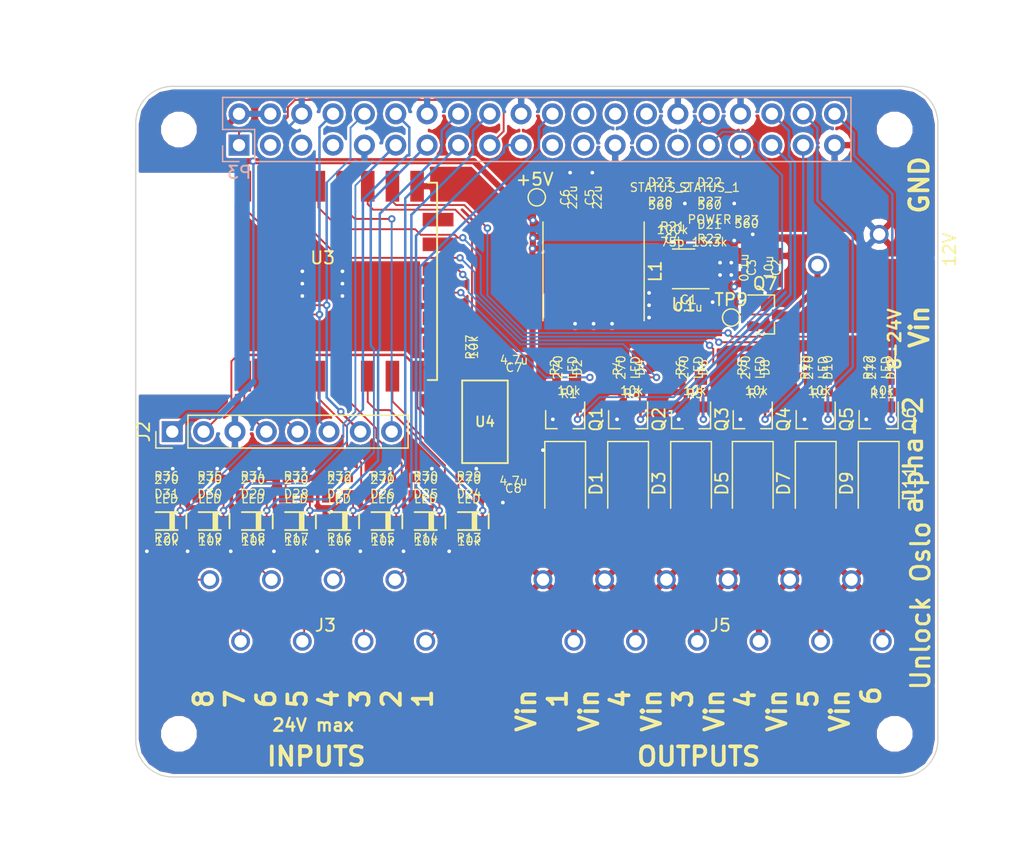
<source format=kicad_pcb>
(kicad_pcb (version 4) (host pcbnew 4.0.7+dfsg1-1)
  (title_block (date "15 nov 2012"))
  (layers (0 F.Cu signal) (31 B.Cu signal) (34 B.Paste user) (35 F.Paste user) (36 B.SilkS user) (37 F.SilkS user) (38 B.Mask user) (39 F.Mask user) (44 Edge.Cuts user))
  (net 0 "")
  (net 1 +3V3)
  (net 2 +5V)
  (net 3 GND)
  (net 4 Vin)
  (net 5 /SWITCH_1)
  (net 6 /SWITCH_2)
  (net 7 /SWITCH_3)
  (net 8 /SWITCH_4)
  (net 9 /SWITCH_5)
  (net 10 /SWITCH_6)
  (net 11 "Net-(U1-Pad5)")
  (net 12 "Net-(D21-Pad1)")
  (net 13 "Net-(D22-Pad1)")
  (net 14 "Net-(D23-Pad1)")
  (net 15 "Net-(D2-Pad1)")
  (net 16 "Net-(D4-Pad1)")
  (net 17 "Net-(D6-Pad1)")
  (net 18 "Net-(D8-Pad1)")
  (net 19 "Net-(D10-Pad1)")
  (net 20 "Net-(D12-Pad1)")
  (net 21 /INPUT_1)
  (net 22 /INPUT_2)
  (net 23 /INPUT_3)
  (net 24 /INPUT_4)
  (net 25 /INPUT_5)
  (net 26 /INPUT_6)
  (net 27 /INPUT_7)
  (net 28 /INPUT_8)
  (net 29 /SWITCH_1_OUT)
  (net 30 /SWITCH_2_OUT)
  (net 31 /SWITCH_3_OUT)
  (net 32 /SWITCH_4_OUT)
  (net 33 /SWITCH_5_OUT)
  (net 34 /SWITCH_6_OUT)
  (net 35 /STATUS_LED_2)
  (net 36 /STATUS_LED_1)
  (net 37 /SERIAL_TX)
  (net 38 /SERIAL_RX)
  (net 39 /SW)
  (net 40 /BOOT)
  (net 41 /FB)
  (net 42 "Net-(P3-Pad21)")
  (net 43 "Net-(P3-Pad23)")
  (net 44 "Net-(P3-Pad24)")
  (net 45 "Net-(P3-Pad26)")
  (net 46 "Net-(P3-Pad27)")
  (net 47 "Net-(P3-Pad28)")
  (net 48 "Net-(P3-Pad29)")
  (net 49 "Net-(D24-Pad1)")
  (net 50 "Net-(D25-Pad1)")
  (net 51 "Net-(D26-Pad1)")
  (net 52 "Net-(D27-Pad1)")
  (net 53 "Net-(D28-Pad1)")
  (net 54 "Net-(D29-Pad1)")
  (net 55 "Net-(D30-Pad1)")
  (net 56 "Net-(D31-Pad1)")
  (net 57 "Net-(J3-Pad1)")
  (net 58 "Net-(J4-Pad1)")
  (net 59 "Net-(U3-Pad17)")
  (net 60 "Net-(U3-Pad18)")
  (net 61 "Net-(U3-Pad21)")
  (net 62 "Net-(U3-Pad22)")
  (net 63 "Net-(R37-Pad2)")
  (net 64 /~RESET)
  (net 65 /ANALOG_IN)
  (net 66 /GPIO0)
  (net 67 "Net-(J3-Pad3)")
  (net 68 "Net-(J3-Pad2)")
  (net 69 "Net-(J3-Pad4)")
  (net 70 "Net-(J3-Pad5)")
  (net 71 "Net-(J3-Pad6)")
  (net 72 "Net-(J3-Pad7)")
  (net 73 "Net-(J3-Pad8)")
  (net 74 +3.3VP)
  (net 75 "Net-(P3-Pad3)")
  (net 76 "Net-(P3-Pad5)")
  (net 77 "Net-(P3-Pad7)")
  (net 78 "Net-(U3-Pad3)")
  (module Connectors_Phoenix:PTSA_0,5_12-2,5-Z (layer F.Cu) (at 233 137.7)
    (fp_text reference J5 (at 14.375 0) (layer F.SilkS))
    (fp_text value OUTPUTS)
    (pad 1 thru_hole circle (at 0 -3.7) (size 1.524 1.524) (drill 1) (layers *.Cu *.Mask) (net 4 Vin))
    (pad 3 thru_hole circle (at 5 -3.7) (size 1.524 1.524) (drill 1) (layers *.Cu *.Mask) (net 4 Vin))
    (pad 2 thru_hole circle (at 2.5 1.3) (size 1.524 1.524) (drill 1) (layers *.Cu *.Mask) (net 29 /SWITCH_1_OUT))
    (pad 4 thru_hole circle (at 7.5 1.3) (size 1.524 1.524) (drill 1) (layers *.Cu *.Mask) (net 30 /SWITCH_2_OUT))
    (pad 5 thru_hole circle (at 10 -3.7) (size 1.524 1.524) (drill 1) (layers *.Cu *.Mask) (net 4 Vin))
    (pad 6 thru_hole circle (at 12.5 1.3) (size 1.524 1.524) (drill 1) (layers *.Cu *.Mask) (net 31 /SWITCH_3_OUT))
    (pad 7 thru_hole circle (at 15 -3.7) (size 1.524 1.524) (drill 1) (layers *.Cu *.Mask) (net 4 Vin))
    (pad 8 thru_hole circle (at 17.5 1.3) (size 1.524 1.524) (drill 1) (layers *.Cu *.Mask) (net 32 /SWITCH_4_OUT))
    (pad 9 thru_hole circle (at 20 -3.7) (size 1.524 1.524) (drill 1) (layers *.Cu *.Mask) (net 4 Vin))
    (pad 10 thru_hole circle (at 22.5 1.3) (size 1.524 1.524) (drill 1) (layers *.Cu *.Mask) (net 33 /SWITCH_5_OUT))
    (pad 11 thru_hole circle (at 25 -3.7) (size 1.524 1.524) (drill 1) (layers *.Cu *.Mask) (net 4 Vin))
    (pad 12 thru_hole circle (at 27.5 1.3) (size 1.524 1.524) (drill 1) (layers *.Cu *.Mask) (net 34 /SWITCH_6_OUT))
  )
  (module Connectors_Phoenix:PTSA_0,5_8-2,5-Z (layer F.Cu) (at 206 137.7)
    (fp_text reference J3 (at 9.375 0) (layer F.SilkS))
    (fp_text value INPUTS)
    (pad 1 thru_hole circle (at 0 -3.7) (size 1.524 1.524) (drill 1) (layers *.Cu *.Mask) (net 57 "Net-(J3-Pad1)"))
    (pad 3 thru_hole circle (at 5 -3.7) (size 1.524 1.524) (drill 1) (layers *.Cu *.Mask) (net 67 "Net-(J3-Pad3)"))
    (pad 2 thru_hole circle (at 2.5 1.3) (size 1.524 1.524) (drill 1) (layers *.Cu *.Mask) (net 68 "Net-(J3-Pad2)"))
    (pad 4 thru_hole circle (at 7.5 1.3) (size 1.524 1.524) (drill 1) (layers *.Cu *.Mask) (net 69 "Net-(J3-Pad4)"))
    (pad 5 thru_hole circle (at 10 -3.7) (size 1.524 1.524) (drill 1) (layers *.Cu *.Mask) (net 70 "Net-(J3-Pad5)"))
    (pad 6 thru_hole circle (at 12.5 1.3) (size 1.524 1.524) (drill 1) (layers *.Cu *.Mask) (net 71 "Net-(J3-Pad6)"))
    (pad 7 thru_hole circle (at 15 -3.7) (size 1.524 1.524) (drill 1) (layers *.Cu *.Mask) (net 72 "Net-(J3-Pad7)"))
    (pad 8 thru_hole circle (at 17.5 1.3) (size 1.524 1.524) (drill 1) (layers *.Cu *.Mask) (net 73 "Net-(J3-Pad8)"))
  )
  (module Socket_Strips:Socket_Strip_Straight_2x20_Pitch2.54mm (layer B.Cu) (at 208.37 98.77 270)
    (fp_text reference P3 (at 2.208 -0.012 360) (layer B.SilkS) (effects (justify mirror)))
    (fp_text value RASPBERRY_PI)
    (pad 1 thru_hole rect (at 0 0 270) (size 1.7 1.7) (drill 1) (layers *.Cu *.Mask) (net 1 +3V3))
    (pad 2 thru_hole oval (at -2.54 0 270) (size 1.7 1.7) (drill 1) (layers *.Cu *.Mask) (net 2 +5V))
    (pad 3 thru_hole oval (at 0 -2.54 270) (size 1.7 1.7) (drill 1) (layers *.Cu *.Mask) (net 75 "Net-(P3-Pad3)"))
    (pad 4 thru_hole oval (at -2.54 -2.54 270) (size 1.7 1.7) (drill 1) (layers *.Cu *.Mask) (net 2 +5V))
    (pad 5 thru_hole oval (at 0 -5.08 270) (size 1.7 1.7) (drill 1) (layers *.Cu *.Mask) (net 76 "Net-(P3-Pad5)"))
    (pad 6 thru_hole oval (at -2.54 -5.08 270) (size 1.7 1.7) (drill 1) (layers *.Cu *.Mask) (net 3 GND))
    (pad 7 thru_hole oval (at 0 -7.62 270) (size 1.7 1.7) (drill 1) (layers *.Cu *.Mask) (net 77 "Net-(P3-Pad7)"))
    (pad 8 thru_hole oval (at -2.54 -7.62 270) (size 1.7 1.7) (drill 1) (layers *.Cu *.Mask) (net 37 /SERIAL_TX))
    (pad 9 thru_hole oval (at 0 -10.16 270) (size 1.7 1.7) (drill 1) (layers *.Cu *.Mask) (net 3 GND))
    (pad 10 thru_hole oval (at -2.54 -10.16 270) (size 1.7 1.7) (drill 1) (layers *.Cu *.Mask) (net 38 /SERIAL_RX))
    (pad 11 thru_hole oval (at 0 -12.7 270) (size 1.7 1.7) (drill 1) (layers *.Cu *.Mask) (net 28 /INPUT_8))
    (pad 12 thru_hole oval (at -2.54 -12.7 270) (size 1.7 1.7) (drill 1) (layers *.Cu *.Mask) (net 27 /INPUT_7))
    (pad 13 thru_hole oval (at 0 -15.24 270) (size 1.7 1.7) (drill 1) (layers *.Cu *.Mask) (net 26 /INPUT_6))
    (pad 14 thru_hole oval (at -2.54 -15.24 270) (size 1.7 1.7) (drill 1) (layers *.Cu *.Mask) (net 3 GND))
    (pad 15 thru_hole oval (at 0 -17.78 270) (size 1.7 1.7) (drill 1) (layers *.Cu *.Mask) (net 24 /INPUT_4))
    (pad 16 thru_hole oval (at -2.54 -17.78 270) (size 1.7 1.7) (drill 1) (layers *.Cu *.Mask) (net 25 /INPUT_5))
    (pad 17 thru_hole oval (at 0 -20.32 270) (size 1.7 1.7) (drill 1) (layers *.Cu *.Mask) (net 1 +3V3))
    (pad 18 thru_hole oval (at -2.54 -20.32 270) (size 1.7 1.7) (drill 1) (layers *.Cu *.Mask) (net 23 /INPUT_3))
    (pad 19 thru_hole oval (at 0 -22.86 270) (size 1.7 1.7) (drill 1) (layers *.Cu *.Mask) (net 22 /INPUT_2))
    (pad 20 thru_hole oval (at -2.54 -22.86 270) (size 1.7 1.7) (drill 1) (layers *.Cu *.Mask) (net 3 GND))
    (pad 21 thru_hole oval (at 0 -25.4 270) (size 1.7 1.7) (drill 1) (layers *.Cu *.Mask) (net 42 "Net-(P3-Pad21)"))
    (pad 22 thru_hole oval (at -2.54 -25.4 270) (size 1.7 1.7) (drill 1) (layers *.Cu *.Mask) (net 21 /INPUT_1))
    (pad 23 thru_hole oval (at 0 -27.94 270) (size 1.7 1.7) (drill 1) (layers *.Cu *.Mask) (net 43 "Net-(P3-Pad23)"))
    (pad 24 thru_hole oval (at -2.54 -27.94 270) (size 1.7 1.7) (drill 1) (layers *.Cu *.Mask) (net 44 "Net-(P3-Pad24)"))
    (pad 25 thru_hole oval (at 0 -30.48 270) (size 1.7 1.7) (drill 1) (layers *.Cu *.Mask) (net 3 GND))
    (pad 26 thru_hole oval (at -2.54 -30.48 270) (size 1.7 1.7) (drill 1) (layers *.Cu *.Mask) (net 45 "Net-(P3-Pad26)"))
    (pad 27 thru_hole oval (at 0 -33.02 270) (size 1.7 1.7) (drill 1) (layers *.Cu *.Mask) (net 46 "Net-(P3-Pad27)"))
    (pad 28 thru_hole oval (at -2.54 -33.02 270) (size 1.7 1.7) (drill 1) (layers *.Cu *.Mask) (net 47 "Net-(P3-Pad28)"))
    (pad 29 thru_hole oval (at 0 -35.56 270) (size 1.7 1.7) (drill 1) (layers *.Cu *.Mask) (net 48 "Net-(P3-Pad29)"))
    (pad 30 thru_hole oval (at -2.54 -35.56 270) (size 1.7 1.7) (drill 1) (layers *.Cu *.Mask) (net 3 GND))
    (pad 31 thru_hole oval (at 0 -38.1 270) (size 1.7 1.7) (drill 1) (layers *.Cu *.Mask) (net 5 /SWITCH_1))
    (pad 32 thru_hole oval (at -2.54 -38.1 270) (size 1.7 1.7) (drill 1) (layers *.Cu *.Mask) (net 36 /STATUS_LED_1))
    (pad 33 thru_hole oval (at 0 -40.64 270) (size 1.7 1.7) (drill 1) (layers *.Cu *.Mask) (net 35 /STATUS_LED_2))
    (pad 34 thru_hole oval (at -2.54 -40.64 270) (size 1.7 1.7) (drill 1) (layers *.Cu *.Mask) (net 3 GND))
    (pad 35 thru_hole oval (at 0 -43.18 270) (size 1.7 1.7) (drill 1) (layers *.Cu *.Mask) (net 6 /SWITCH_2))
    (pad 36 thru_hole oval (at -2.54 -43.18 270) (size 1.7 1.7) (drill 1) (layers *.Cu *.Mask) (net 7 /SWITCH_3))
    (pad 37 thru_hole oval (at 0 -45.72 270) (size 1.7 1.7) (drill 1) (layers *.Cu *.Mask) (net 8 /SWITCH_4))
    (pad 38 thru_hole oval (at -2.54 -45.72 270) (size 1.7 1.7) (drill 1) (layers *.Cu *.Mask) (net 9 /SWITCH_5))
    (pad 39 thru_hole oval (at 0 -48.26 270) (size 1.7 1.7) (drill 1) (layers *.Cu *.Mask) (net 3 GND))
    (pad 40 thru_hole oval (at -2.54 -48.26 270) (size 1.7 1.7) (drill 1) (layers *.Cu *.Mask) (net 10 /SWITCH_6))
  )
  (module Inductors_SMD:L_Taiyo-Yuden_NR-80xx (layer F.Cu) (at 237.1 109 270)
    (fp_text reference L1 (at 0 -5 270) (layer F.SilkS))
    (fp_text value 15u)
    (pad 1 smd rect (at -2.8 0 270) (size 1.8 7.7) (layers F.Cu F.Paste F.Mask) (net 2 +5V))
    (pad 2 smd rect (at 2.8 0 270) (size 1.8 7.7) (layers F.Cu F.Paste F.Mask) (net 39 /SW))
  )
  (module TO_SOT_Packages_SMD:SOT-23 (layer F.Cu) (at 234.8 121 270)
    (fp_text reference Q1 (at 0 -2.5 270) (layer F.SilkS))
    (fp_text value DMN2041L-7)
    (pad 1 smd rect (at -1 -0.95 270) (size 0.9 0.8) (layers F.Cu F.Paste F.Mask) (net 5 /SWITCH_1))
    (pad 2 smd rect (at -1 0.95 270) (size 0.9 0.8) (layers F.Cu F.Paste F.Mask) (net 3 GND))
    (pad 3 smd rect (at 1 0 270) (size 0.9 0.8) (layers F.Cu F.Paste F.Mask) (net 29 /SWITCH_1_OUT))
  )
  (module TO_SOT_Packages_SMD:SOT-23 (layer F.Cu) (at 239.9 121 270)
    (fp_text reference Q2 (at 0 -2.5 270) (layer F.SilkS))
    (fp_text value DMN2041L-7)
    (pad 1 smd rect (at -1 -0.95 270) (size 0.9 0.8) (layers F.Cu F.Paste F.Mask) (net 6 /SWITCH_2))
    (pad 2 smd rect (at -1 0.95 270) (size 0.9 0.8) (layers F.Cu F.Paste F.Mask) (net 3 GND))
    (pad 3 smd rect (at 1 0 270) (size 0.9 0.8) (layers F.Cu F.Paste F.Mask) (net 30 /SWITCH_2_OUT))
  )
  (module TO_SOT_Packages_SMD:SOT-23 (layer F.Cu) (at 245 121 270)
    (fp_text reference Q3 (at 0 -2.5 270) (layer F.SilkS))
    (fp_text value DMN2041L-7)
    (pad 1 smd rect (at -1 -0.95 270) (size 0.9 0.8) (layers F.Cu F.Paste F.Mask) (net 7 /SWITCH_3))
    (pad 2 smd rect (at -1 0.95 270) (size 0.9 0.8) (layers F.Cu F.Paste F.Mask) (net 3 GND))
    (pad 3 smd rect (at 1 0 270) (size 0.9 0.8) (layers F.Cu F.Paste F.Mask) (net 31 /SWITCH_3_OUT))
  )
  (module TO_SOT_Packages_SMD:SOT-23 (layer F.Cu) (at 250 121 270)
    (fp_text reference Q4 (at 0 -2.5 270) (layer F.SilkS))
    (fp_text value DMN2041L-7)
    (pad 1 smd rect (at -1 -0.95 270) (size 0.9 0.8) (layers F.Cu F.Paste F.Mask) (net 8 /SWITCH_4))
    (pad 2 smd rect (at -1 0.95 270) (size 0.9 0.8) (layers F.Cu F.Paste F.Mask) (net 3 GND))
    (pad 3 smd rect (at 1 0 270) (size 0.9 0.8) (layers F.Cu F.Paste F.Mask) (net 32 /SWITCH_4_OUT))
  )
  (module TO_SOT_Packages_SMD:SOT-23 (layer F.Cu) (at 255.1 121 270)
    (fp_text reference Q5 (at 0 -2.5 270) (layer F.SilkS))
    (fp_text value DMN2041L-7)
    (pad 1 smd rect (at -1 -0.95 270) (size 0.9 0.8) (layers F.Cu F.Paste F.Mask) (net 9 /SWITCH_5))
    (pad 2 smd rect (at -1 0.95 270) (size 0.9 0.8) (layers F.Cu F.Paste F.Mask) (net 3 GND))
    (pad 3 smd rect (at 1 0 270) (size 0.9 0.8) (layers F.Cu F.Paste F.Mask) (net 33 /SWITCH_5_OUT))
  )
  (module TO_SOT_Packages_SMD:SOT-23 (layer F.Cu) (at 260.2 121 270)
    (fp_text reference Q6 (at 0 -2.5 270) (layer F.SilkS))
    (fp_text value DMN2041L-7)
    (pad 1 smd rect (at -1 -0.95 270) (size 0.9 0.8) (layers F.Cu F.Paste F.Mask) (net 10 /SWITCH_6))
    (pad 2 smd rect (at -1 0.95 270) (size 0.9 0.8) (layers F.Cu F.Paste F.Mask) (net 3 GND))
    (pad 3 smd rect (at 1 0 270) (size 0.9 0.8) (layers F.Cu F.Paste F.Mask) (net 34 /SWITCH_6_OUT))
  )
  (module TO_SOT_Packages_SMD:SOT-23-6_Handsoldering (layer F.Cu) (at 244.4 108.8 180)
    (fp_text reference U1 (at 0 -2.9 180) (layer F.SilkS))
    (fp_text value TPS54202)
    (pad 1 smd rect (at -1.35 -0.95 180) (size 1.56 0.65) (layers F.Cu F.Paste F.Mask) (net 3 GND))
    (pad 2 smd rect (at -1.35 0 180) (size 1.56 0.65) (layers F.Cu F.Paste F.Mask) (net 39 /SW))
    (pad 3 smd rect (at -1.35 0.95 180) (size 1.56 0.65) (layers F.Cu F.Paste F.Mask) (net 4 Vin))
    (pad 4 smd rect (at 1.35 0.95 180) (size 1.56 0.65) (layers F.Cu F.Paste F.Mask) (net 41 /FB))
    (pad 6 smd rect (at 1.35 -0.95 180) (size 1.56 0.65) (layers F.Cu F.Paste F.Mask) (net 40 /BOOT))
    (pad 5 smd rect (at 1.35 0 180) (size 1.56 0.65) (layers F.Cu F.Paste F.Mask) (net 11 "Net-(U1-Pad5)"))
  )
  (module Mounting_Holes:MountingHole_2.5mm (layer F.Cu) (at 203.5 97.5 180)
    (fp_text reference MK1 hide)
    (fp_text value M2.5)
    (pad 1 np_thru_hole circle (at 0 0 180) (size 2.5 2.5) (drill 2.5) (layers *.Cu *.Mask))
  )
  (module Mounting_Holes:MountingHole_2.5mm (layer F.Cu) (at 261.5 97.5 180)
    (fp_text reference MK2 hide)
    (fp_text value M2.5)
    (pad 1 np_thru_hole circle (at 0 0 180) (size 2.5 2.5) (drill 2.5) (layers *.Cu *.Mask))
  )
  (module Mounting_Holes:MountingHole_2.5mm (layer F.Cu) (at 203.5 146.5)
    (fp_text reference MK3 hide)
    (fp_text value M2.5)
    (pad 1 np_thru_hole circle (at 0 0) (size 2.5 2.5) (drill 2.5) (layers *.Cu *.Mask))
  )
  (module Mounting_Holes:MountingHole_2.5mm (layer F.Cu) (at 261.5 146.5)
    (fp_text reference MK4 hide)
    (fp_text value M2.5)
    (pad 1 np_thru_hole circle (at 0 0) (size 2.5 2.5) (drill 2.5) (layers *.Cu *.Mask))
  )
  (module Connectors_TestPoints:Test_Point_Pad_d1.0mm (layer F.Cu) (at 232.5 103)
    (fp_text reference TP10 hide)
    (fp_text value +5V)
    (fp_text user %V (at -0.17 -1.46) (layer F.SilkS))
    (pad 1 smd circle (at 0 0) (size 1 1) (layers F.Cu F.Mask) (net 2 +5V))
  )
  (module smd-semi:SOD-323 (layer F.Cu) (at 227 129.25 180)
    (fp_text reference D13 hide)
    (fp_text value MM3Z3V0ST1G)
    (pad 1 smd rect (at -1.1125 0 180) (size 0.63 0.83) (layers F.Cu F.Paste F.Mask) (net 21 /INPUT_1))
    (pad 2 smd rect (at 1.1125 0 180) (size 0.63 0.83) (layers F.Cu F.Paste F.Mask) (net 3 GND))
  )
  (module smd-semi:SOD-323 (layer F.Cu) (at 223.5 129.25 180)
    (fp_text reference D14 hide)
    (fp_text value BZX384C4V7)
    (pad 1 smd rect (at -1.1125 0 180) (size 0.63 0.83) (layers F.Cu F.Paste F.Mask) (net 22 /INPUT_2))
    (pad 2 smd rect (at 1.1125 0 180) (size 0.63 0.83) (layers F.Cu F.Paste F.Mask) (net 3 GND))
  )
  (module smd-semi:SOD-323 (layer F.Cu) (at 220 129.25 180)
    (fp_text reference D15 hide)
    (fp_text value MM3Z3V0ST1G)
    (pad 1 smd rect (at -1.1125 0 180) (size 0.63 0.83) (layers F.Cu F.Paste F.Mask) (net 23 /INPUT_3))
    (pad 2 smd rect (at 1.1125 0 180) (size 0.63 0.83) (layers F.Cu F.Paste F.Mask) (net 3 GND))
  )
  (module smd-semi:SOD-323 (layer F.Cu) (at 216.5 129.25 180)
    (fp_text reference D16 hide)
    (fp_text value MM3Z3V0ST1G)
    (pad 1 smd rect (at -1.1125 0 180) (size 0.63 0.83) (layers F.Cu F.Paste F.Mask) (net 24 /INPUT_4))
    (pad 2 smd rect (at 1.1125 0 180) (size 0.63 0.83) (layers F.Cu F.Paste F.Mask) (net 3 GND))
  )
  (module smd-semi:SOD-323 (layer F.Cu) (at 213 129.25 180)
    (fp_text reference D17 hide)
    (fp_text value MM3Z3V0ST1G)
    (pad 1 smd rect (at -1.1125 0 180) (size 0.63 0.83) (layers F.Cu F.Paste F.Mask) (net 25 /INPUT_5))
    (pad 2 smd rect (at 1.1125 0 180) (size 0.63 0.83) (layers F.Cu F.Paste F.Mask) (net 3 GND))
  )
  (module smd-semi:SOD-323 (layer F.Cu) (at 209.5 129.25 180)
    (fp_text reference D18 hide)
    (fp_text value MM3Z3V0ST1G)
    (pad 1 smd rect (at -1.1125 0 180) (size 0.63 0.83) (layers F.Cu F.Paste F.Mask) (net 26 /INPUT_6))
    (pad 2 smd rect (at 1.1125 0 180) (size 0.63 0.83) (layers F.Cu F.Paste F.Mask) (net 3 GND))
  )
  (module smd-semi:SOD-323 (layer F.Cu) (at 206 129.25 180)
    (fp_text reference D19 hide)
    (fp_text value MM3Z3V0ST1G)
    (pad 1 smd rect (at -1.1125 0 180) (size 0.63 0.83) (layers F.Cu F.Paste F.Mask) (net 27 /INPUT_7))
    (pad 2 smd rect (at 1.1125 0 180) (size 0.63 0.83) (layers F.Cu F.Paste F.Mask) (net 3 GND))
  )
  (module smd-semi:SOD-323 (layer F.Cu) (at 202.5 129.25 180)
    (fp_text reference D20 hide)
    (fp_text value MM3Z3V0ST1G)
    (pad 1 smd rect (at -1.1125 0 180) (size 0.63 0.83) (layers F.Cu F.Paste F.Mask) (net 28 /INPUT_8))
    (pad 2 smd rect (at 1.1125 0 180) (size 0.63 0.83) (layers F.Cu F.Paste F.Mask) (net 3 GND))
  )
  (module Diodes_SMD:D_SMA (layer F.Cu) (at 234.8 126.2 270)
    (fp_text reference D1 (at 0 -2.5 270) (layer F.SilkS))
    (fp_text value S1MTR)
    (pad 1 smd rect (at -2 0 270) (size 2.5 1.8) (layers F.Cu F.Paste F.Mask) (net 4 Vin))
    (pad 2 smd rect (at 2 0 270) (size 2.5 1.8) (layers F.Cu F.Paste F.Mask) (net 29 /SWITCH_1_OUT))
  )
  (module Diodes_SMD:D_SMA (layer F.Cu) (at 239.9 126.2 270)
    (fp_text reference D3 (at 0 -2.5 270) (layer F.SilkS))
    (fp_text value S1MTR)
    (pad 1 smd rect (at -2 0 270) (size 2.5 1.8) (layers F.Cu F.Paste F.Mask) (net 4 Vin))
    (pad 2 smd rect (at 2 0 270) (size 2.5 1.8) (layers F.Cu F.Paste F.Mask) (net 30 /SWITCH_2_OUT))
  )
  (module Diodes_SMD:D_SMA (layer F.Cu) (at 245 126.2 270)
    (fp_text reference D5 (at 0 -2.5 270) (layer F.SilkS))
    (fp_text value S1MTR)
    (pad 1 smd rect (at -2 0 270) (size 2.5 1.8) (layers F.Cu F.Paste F.Mask) (net 4 Vin))
    (pad 2 smd rect (at 2 0 270) (size 2.5 1.8) (layers F.Cu F.Paste F.Mask) (net 31 /SWITCH_3_OUT))
  )
  (module Diodes_SMD:D_SMA (layer F.Cu) (at 250 126.2 270)
    (fp_text reference D7 (at 0 -2.5 270) (layer F.SilkS))
    (fp_text value S1MTR)
    (pad 1 smd rect (at -2 0 270) (size 2.5 1.8) (layers F.Cu F.Paste F.Mask) (net 4 Vin))
    (pad 2 smd rect (at 2 0 270) (size 2.5 1.8) (layers F.Cu F.Paste F.Mask) (net 32 /SWITCH_4_OUT))
  )
  (module Diodes_SMD:D_SMA (layer F.Cu) (at 260.2 126.2 270)
    (fp_text reference D11 (at 0 -2.5 270) (layer F.SilkS))
    (fp_text value S1MTR)
    (pad 1 smd rect (at -2 0 270) (size 2.5 1.8) (layers F.Cu F.Paste F.Mask) (net 4 Vin))
    (pad 2 smd rect (at 2 0 270) (size 2.5 1.8) (layers F.Cu F.Paste F.Mask) (net 34 /SWITCH_6_OUT))
  )
  (module Diodes_SMD:D_SMA (layer F.Cu) (at 255.1 126.2 270)
    (fp_text reference D9 (at 0 -2.5 270) (layer F.SilkS))
    (fp_text value S1MTR)
    (pad 1 smd rect (at -2 0 270) (size 2.5 1.8) (layers F.Cu F.Paste F.Mask) (net 4 Vin))
    (pad 2 smd rect (at 2 0 270) (size 2.5 1.8) (layers F.Cu F.Paste F.Mask) (net 33 /SWITCH_5_OUT))
  )
  (module TO_SOT_Packages_SMD:SOT-23 (layer F.Cu) (at 251 112.5)
    (fp_text reference Q7 (at 0 -2.5) (layer F.SilkS))
    (fp_text value DMN2041L-7)
    (pad 1 smd rect (at -1 -0.95) (size 0.9 0.8) (layers F.Cu F.Paste F.Mask) (net 3 GND))
    (pad 2 smd rect (at -1 0.95) (size 0.9 0.8) (layers F.Cu F.Paste F.Mask) (net 4 Vin))
    (pad 3 smd rect (at 1 0) (size 0.9 0.8) (layers F.Cu F.Paste F.Mask) (net 58 "Net-(J4-Pad1)"))
  )
  (module ESP8266:ESP-12E_SMD (layer F.Cu) (at 208.8 116.8 90)
    (fp_text reference U3 (at 8.89 6.35 180) (layer F.SilkS))
    (fp_text value ESP-12E hide)
    (pad 1 smd rect (at 0 0 90) (size 2.5 1.1) (drill (offset -0.7 0)) (layers F.Cu F.Paste F.Mask) (net 64 /~RESET))
    (pad 2 smd rect (at 0 2 90) (size 2.5 1.1) (drill (offset -0.7 0)) (layers F.Cu F.Paste F.Mask) (net 65 /ANALOG_IN))
    (pad 3 smd rect (at 0 4 90) (size 2.5 1.1) (drill (offset -0.7 0)) (layers F.Cu F.Paste F.Mask) (net 78 "Net-(U3-Pad3)"))
    (pad 4 smd rect (at 0 6 90) (size 2.5 1.1) (drill (offset -0.7 0)) (layers F.Cu F.Paste F.Mask) (net 24 /INPUT_4))
    (pad 5 smd rect (at 0 8 90) (size 2.5 1.1) (drill (offset -0.7 0)) (layers F.Cu F.Paste F.Mask) (net 23 /INPUT_3))
    (pad 6 smd rect (at 0 10 90) (size 2.5 1.1) (drill (offset -0.7 0)) (layers F.Cu F.Paste F.Mask) (net 22 /INPUT_2))
    (pad 7 smd rect (at 0 12 90) (size 2.5 1.1) (drill (offset -0.7 0)) (layers F.Cu F.Paste F.Mask) (net 21 /INPUT_1))
    (pad 8 smd rect (at 0 14 90) (size 2.5 1.1) (drill (offset -0.7 0)) (layers F.Cu F.Paste F.Mask) (net 74 +3.3VP))
    (pad 9 smd rect (at 14 14 90) (size 2.5 1.1) (drill (offset 0.7 0)) (layers F.Cu F.Paste F.Mask) (net 3 GND))
    (pad 10 smd rect (at 14 12 90) (size 2.5 1.1) (drill (offset 0.7 0)) (layers F.Cu F.Paste F.Mask) (net 9 /SWITCH_5))
    (pad 11 smd rect (at 14 10 90) (size 2.5 1.1) (drill (offset 0.7 0)) (layers F.Cu F.Paste F.Mask) (net 63 "Net-(R37-Pad2)"))
    (pad 12 smd rect (at 14 8 90) (size 2.5 1.1) (drill (offset 0.7 0)) (layers F.Cu F.Paste F.Mask) (net 66 /GPIO0))
    (pad 13 smd rect (at 14 6 90) (size 2.5 1.1) (drill (offset 0.7 0)) (layers F.Cu F.Paste F.Mask) (net 8 /SWITCH_4))
    (pad 14 smd rect (at 14 4 90) (size 2.5 1.1) (drill (offset 0.7 0)) (layers F.Cu F.Paste F.Mask) (net 7 /SWITCH_3))
    (pad 15 smd rect (at 14 2 90) (size 2.5 1.1) (drill (offset 0.7 0)) (layers F.Cu F.Paste F.Mask) (net 38 /SERIAL_RX))
    (pad 16 smd rect (at 14 0 90) (size 2.5 1.1) (drill (offset 0.7 0)) (layers F.Cu F.Paste F.Mask) (net 37 /SERIAL_TX))
    (pad 17 smd rect (at 1.99 15 180) (size 2.5 1.1) (drill (offset -0.7 0)) (layers F.Cu F.Paste F.Mask) (net 59 "Net-(U3-Pad17)"))
    (pad 18 smd rect (at 3.99 15 180) (size 2.5 1.1) (drill (offset -0.7 0)) (layers F.Cu F.Paste F.Mask) (net 60 "Net-(U3-Pad18)"))
    (pad 19 smd rect (at 5.99 15 180) (size 2.5 1.1) (drill (offset -0.7 0)) (layers F.Cu F.Paste F.Mask) (net 5 /SWITCH_1))
    (pad 20 smd rect (at 7.99 15 180) (size 2.5 1.1) (drill (offset -0.7 0)) (layers F.Cu F.Paste F.Mask) (net 6 /SWITCH_2))
    (pad 21 smd rect (at 9.99 15 180) (size 2.5 1.1) (drill (offset -0.7 0)) (layers F.Cu F.Paste F.Mask) (net 61 "Net-(U3-Pad21)"))
    (pad 22 smd rect (at 11.99 15 180) (size 2.5 1.1) (drill (offset -0.7 0)) (layers F.Cu F.Paste F.Mask) (net 62 "Net-(U3-Pad22)"))
  )
  (module Connectors_Phoenix:PTSA_0,5_2-2,5-Z (layer F.Cu) (at 258.95 108.5 90)
    (fp_text reference J4)
    (fp_text value 12V (at 1.25 7 90) (layer F.SilkS))
    (pad 1 thru_hole circle (at 0 -3.7 90) (size 1.524 1.524) (drill 1) (layers *.Cu *.Mask) (net 58 "Net-(J4-Pad1)"))
    (pad 2 thru_hole circle (at 2.5 1.3 90) (size 1.524 1.524) (drill 1) (layers *.Cu *.Mask) (net 3 GND))
  )
  (module IPC-7351-LEDSC:LEDSC_1608x065 (layer F.Cu) (at 202.5 127.25)
    (fp_text reference D31)
    (fp_text value LED)
    (fp_text user %R (at 0 -0.2) (layer F.SilkS) (effects (font (size 0.7 0.7) (thickness 0.1))))
    (fp_text user %V (at 0 0.2) (layer F.SilkS) (effects (font (size 0.7 0.7) (thickness 0.1))))
    (pad 1 smd rect (at -0.85 0) (size 1.1 1) (layers F.Cu F.Paste F.Mask) (net 56 "Net-(D31-Pad1)"))
    (pad 2 smd rect (at 0.85 0) (size 1.1 1) (layers F.Cu F.Paste F.Mask) (net 28 /INPUT_8))
  )
  (module IPC-7351-LEDSC:LEDSC_1608x065 (layer F.Cu) (at 206 127.25)
    (fp_text reference D30)
    (fp_text value LED)
    (fp_text user %R (at 0 -0.2) (layer F.SilkS) (effects (font (size 0.7 0.7) (thickness 0.1))))
    (fp_text user %V (at 0 0.2) (layer F.SilkS) (effects (font (size 0.7 0.7) (thickness 0.1))))
    (pad 1 smd rect (at -0.85 0) (size 1.1 1) (layers F.Cu F.Paste F.Mask) (net 55 "Net-(D30-Pad1)"))
    (pad 2 smd rect (at 0.85 0) (size 1.1 1) (layers F.Cu F.Paste F.Mask) (net 27 /INPUT_7))
  )
  (module IPC-7351-LEDSC:LEDSC_1608x065 (layer F.Cu) (at 209.5 127.25)
    (fp_text reference D29)
    (fp_text value LED)
    (fp_text user %R (at 0 -0.2) (layer F.SilkS) (effects (font (size 0.7 0.7) (thickness 0.1))))
    (fp_text user %V (at 0 0.2) (layer F.SilkS) (effects (font (size 0.7 0.7) (thickness 0.1))))
    (pad 1 smd rect (at -0.85 0) (size 1.1 1) (layers F.Cu F.Paste F.Mask) (net 54 "Net-(D29-Pad1)"))
    (pad 2 smd rect (at 0.85 0) (size 1.1 1) (layers F.Cu F.Paste F.Mask) (net 26 /INPUT_6))
  )
  (module IPC-7351-LEDSC:LEDSC_1608x065 (layer F.Cu) (at 213 127.25)
    (fp_text reference D28)
    (fp_text value LED)
    (fp_text user %R (at 0 -0.2) (layer F.SilkS) (effects (font (size 0.7 0.7) (thickness 0.1))))
    (fp_text user %V (at 0 0.2) (layer F.SilkS) (effects (font (size 0.7 0.7) (thickness 0.1))))
    (pad 1 smd rect (at -0.85 0) (size 1.1 1) (layers F.Cu F.Paste F.Mask) (net 53 "Net-(D28-Pad1)"))
    (pad 2 smd rect (at 0.85 0) (size 1.1 1) (layers F.Cu F.Paste F.Mask) (net 25 /INPUT_5))
  )
  (module IPC-7351-LEDSC:LEDSC_1608x065 (layer F.Cu) (at 216.5 127.25)
    (fp_text reference D27)
    (fp_text value LED)
    (fp_text user %R (at 0 -0.2) (layer F.SilkS) (effects (font (size 0.7 0.7) (thickness 0.1))))
    (fp_text user %V (at 0 0.2) (layer F.SilkS) (effects (font (size 0.7 0.7) (thickness 0.1))))
    (pad 1 smd rect (at -0.85 0) (size 1.1 1) (layers F.Cu F.Paste F.Mask) (net 52 "Net-(D27-Pad1)"))
    (pad 2 smd rect (at 0.85 0) (size 1.1 1) (layers F.Cu F.Paste F.Mask) (net 24 /INPUT_4))
  )
  (module IPC-7351-LEDSC:LEDSC_1608x065 (layer F.Cu) (at 220 127.25)
    (fp_text reference D26)
    (fp_text value LED)
    (fp_text user %R (at 0 -0.2) (layer F.SilkS) (effects (font (size 0.7 0.7) (thickness 0.1))))
    (fp_text user %V (at 0 0.2) (layer F.SilkS) (effects (font (size 0.7 0.7) (thickness 0.1))))
    (pad 1 smd rect (at -0.85 0) (size 1.1 1) (layers F.Cu F.Paste F.Mask) (net 51 "Net-(D26-Pad1)"))
    (pad 2 smd rect (at 0.85 0) (size 1.1 1) (layers F.Cu F.Paste F.Mask) (net 23 /INPUT_3))
  )
  (module IPC-7351-LEDSC:LEDSC_1608x065 (layer F.Cu) (at 223.5 127.25)
    (fp_text reference D25)
    (fp_text value LED)
    (fp_text user %R (at 0 -0.2) (layer F.SilkS) (effects (font (size 0.7 0.7) (thickness 0.1))))
    (fp_text user %V (at 0 0.2) (layer F.SilkS) (effects (font (size 0.7 0.7) (thickness 0.1))))
    (pad 1 smd rect (at -0.85 0) (size 1.1 1) (layers F.Cu F.Paste F.Mask) (net 50 "Net-(D25-Pad1)"))
    (pad 2 smd rect (at 0.85 0) (size 1.1 1) (layers F.Cu F.Paste F.Mask) (net 22 /INPUT_2))
  )
  (module IPC-7351-LEDSC:LEDSC_1608x065 (layer F.Cu) (at 227 127.25)
    (fp_text reference D24)
    (fp_text value LED)
    (fp_text user %R (at 0 -0.2) (layer F.SilkS) (effects (font (size 0.7 0.7) (thickness 0.1))))
    (fp_text user %V (at 0 0.2) (layer F.SilkS) (effects (font (size 0.7 0.7) (thickness 0.1))))
    (pad 1 smd rect (at -0.85 0) (size 1.1 1) (layers F.Cu F.Paste F.Mask) (net 49 "Net-(D24-Pad1)"))
    (pad 2 smd rect (at 0.85 0) (size 1.1 1) (layers F.Cu F.Paste F.Mask) (net 21 /INPUT_1))
  )
  (module IPC-7351-LEDSC:LEDSC_1608x065 (layer F.Cu) (at 261 116.8 270)
    (fp_text reference D12)
    (fp_text value LED)
    (fp_text user %R (at 0 -0.2 270) (layer F.SilkS) (effects (font (size 0.7 0.7) (thickness 0.1))))
    (fp_text user %V (at 0 0.2 270) (layer F.SilkS) (effects (font (size 0.7 0.7) (thickness 0.1))))
    (pad 1 smd rect (at -0.85 0 270) (size 1.1 1) (layers F.Cu F.Paste F.Mask) (net 20 "Net-(D12-Pad1)"))
    (pad 2 smd rect (at 0.85 0 270) (size 1.1 1) (layers F.Cu F.Paste F.Mask) (net 10 /SWITCH_6))
  )
  (module IPC-7351-LEDSC:LEDSC_1608x065 (layer F.Cu) (at 255.9 116.8 270)
    (fp_text reference D10)
    (fp_text value LED)
    (fp_text user %R (at 0 -0.2 270) (layer F.SilkS) (effects (font (size 0.7 0.7) (thickness 0.1))))
    (fp_text user %V (at 0 0.2 270) (layer F.SilkS) (effects (font (size 0.7 0.7) (thickness 0.1))))
    (pad 1 smd rect (at -0.85 0 270) (size 1.1 1) (layers F.Cu F.Paste F.Mask) (net 19 "Net-(D10-Pad1)"))
    (pad 2 smd rect (at 0.85 0 270) (size 1.1 1) (layers F.Cu F.Paste F.Mask) (net 9 /SWITCH_5))
  )
  (module IPC-7351-LEDSC:LEDSC_1608x065 (layer F.Cu) (at 250.8 116.8 270)
    (fp_text reference D8)
    (fp_text value LED)
    (fp_text user %R (at 0 -0.2 270) (layer F.SilkS) (effects (font (size 0.7 0.7) (thickness 0.1))))
    (fp_text user %V (at 0 0.2 270) (layer F.SilkS) (effects (font (size 0.7 0.7) (thickness 0.1))))
    (pad 1 smd rect (at -0.85 0 270) (size 1.1 1) (layers F.Cu F.Paste F.Mask) (net 18 "Net-(D8-Pad1)"))
    (pad 2 smd rect (at 0.85 0 270) (size 1.1 1) (layers F.Cu F.Paste F.Mask) (net 8 /SWITCH_4))
  )
  (module IPC-7351-LEDSC:LEDSC_1608x065 (layer F.Cu) (at 245.8 116.8 270)
    (fp_text reference D6)
    (fp_text value LED)
    (fp_text user %R (at 0 -0.2 270) (layer F.SilkS) (effects (font (size 0.7 0.7) (thickness 0.1))))
    (fp_text user %V (at 0 0.2 270) (layer F.SilkS) (effects (font (size 0.7 0.7) (thickness 0.1))))
    (pad 1 smd rect (at -0.85 0 270) (size 1.1 1) (layers F.Cu F.Paste F.Mask) (net 17 "Net-(D6-Pad1)"))
    (pad 2 smd rect (at 0.85 0 270) (size 1.1 1) (layers F.Cu F.Paste F.Mask) (net 7 /SWITCH_3))
  )
  (module IPC-7351-LEDSC:LEDSC_1608x065 (layer F.Cu) (at 240.7 116.8 270)
    (fp_text reference D4)
    (fp_text value LED)
    (fp_text user %R (at 0 -0.2 270) (layer F.SilkS) (effects (font (size 0.7 0.7) (thickness 0.1))))
    (fp_text user %V (at 0 0.2 270) (layer F.SilkS) (effects (font (size 0.7 0.7) (thickness 0.1))))
    (pad 1 smd rect (at -0.85 0 270) (size 1.1 1) (layers F.Cu F.Paste F.Mask) (net 16 "Net-(D4-Pad1)"))
    (pad 2 smd rect (at 0.85 0 270) (size 1.1 1) (layers F.Cu F.Paste F.Mask) (net 6 /SWITCH_2))
  )
  (module IPC-7351-LEDSC:LEDSC_1608x065 (layer F.Cu) (at 235.6 116.8 270)
    (fp_text reference D2)
    (fp_text value LED)
    (fp_text user %R (at 0 -0.2 270) (layer F.SilkS) (effects (font (size 0.7 0.7) (thickness 0.1))))
    (fp_text user %V (at 0 0.2 270) (layer F.SilkS) (effects (font (size 0.7 0.7) (thickness 0.1))))
    (pad 1 smd rect (at -0.85 0 270) (size 1.1 1) (layers F.Cu F.Paste F.Mask) (net 15 "Net-(D2-Pad1)"))
    (pad 2 smd rect (at 0.85 0 270) (size 1.1 1) (layers F.Cu F.Paste F.Mask) (net 5 /SWITCH_1))
  )
  (module IPC-7351-LEDSC:LEDSC_1608x065 (layer F.Cu) (at 242.5 102)
    (fp_text reference D23)
    (fp_text value STATUS_2)
    (fp_text user %R (at 0 -0.2) (layer F.SilkS) (effects (font (size 0.7 0.7) (thickness 0.1))))
    (fp_text user %V (at 0 0.2) (layer F.SilkS) (effects (font (size 0.7 0.7) (thickness 0.1))))
    (pad 1 smd rect (at -0.85 0) (size 1.1 1) (layers F.Cu F.Paste F.Mask) (net 14 "Net-(D23-Pad1)"))
    (pad 2 smd rect (at 0.85 0) (size 1.1 1) (layers F.Cu F.Paste F.Mask) (net 36 /STATUS_LED_1))
  )
  (module IPC-7351-LEDSC:LEDSC_1608x065 (layer F.Cu) (at 246.5 102)
    (fp_text reference D22)
    (fp_text value STATUS_1)
    (fp_text user %R (at 0 -0.2) (layer F.SilkS) (effects (font (size 0.7 0.7) (thickness 0.1))))
    (fp_text user %V (at 0 0.2) (layer F.SilkS) (effects (font (size 0.7 0.7) (thickness 0.1))))
    (pad 1 smd rect (at -0.85 0) (size 1.1 1) (layers F.Cu F.Paste F.Mask) (net 13 "Net-(D22-Pad1)"))
    (pad 2 smd rect (at 0.85 0) (size 1.1 1) (layers F.Cu F.Paste F.Mask) (net 35 /STATUS_LED_2))
  )
  (module IPC-7351-LEDSC:LEDSC_1608x065 (layer F.Cu) (at 246.5 105 180)
    (fp_text reference D21)
    (fp_text value POWER)
    (fp_text user %R (at 0 -0.2 180) (layer F.SilkS) (effects (font (size 0.7 0.7) (thickness 0.1))))
    (fp_text user %V (at 0 0.2 180) (layer F.SilkS) (effects (font (size 0.7 0.7) (thickness 0.1))))
    (pad 1 smd rect (at -0.85 0 180) (size 1.1 1) (layers F.Cu F.Paste F.Mask) (net 12 "Net-(D21-Pad1)"))
    (pad 2 smd rect (at 0.85 0 180) (size 1.1 1) (layers F.Cu F.Paste F.Mask) (net 2 +5V))
  )
  (module IPC-7351-CAPC:CAPC_2012x125 (layer F.Cu) (at 244.8 111.6)
    (fp_text reference C1)
    (fp_text value 0.1u)
    (fp_text user %R (at 0 -0.3) (layer F.SilkS) (effects (font (size 0.7 0.7) (thickness 0.1))))
    (fp_text user %V (at 0 0.3) (layer F.SilkS) (effects (font (size 0.7 0.7) (thickness 0.1))))
    (pad 1 smd rect (at -0.95 0) (size 1.3 1.5) (layers F.Cu F.Paste F.Mask) (net 40 /BOOT))
    (pad 2 smd rect (at 0.95 0) (size 1.3 1.5) (layers F.Cu F.Paste F.Mask) (net 39 /SW))
  )
  (module IPC-7351-CAPC:CAPC_2012x125 (layer F.Cu) (at 251.6 108.7 270)
    (fp_text reference C2)
    (fp_text value 10u)
    (fp_text user %R (at 0 -0.3 270) (layer F.SilkS) (effects (font (size 0.7 0.7) (thickness 0.1))))
    (fp_text user %V (at 0 0.3 270) (layer F.SilkS) (effects (font (size 0.7 0.7) (thickness 0.1))))
    (pad 1 smd rect (at -0.95 0 270) (size 1.3 1.5) (layers F.Cu F.Paste F.Mask) (net 4 Vin))
    (pad 2 smd rect (at 0.95 0 270) (size 1.3 1.5) (layers F.Cu F.Paste F.Mask) (net 3 GND))
  )
  (module IPC-7351-CAPC:CAPC_2012x125 (layer F.Cu) (at 249.6 108.7 270)
    (fp_text reference C3)
    (fp_text value 0.1u)
    (fp_text user %R (at 0 -0.3 270) (layer F.SilkS) (effects (font (size 0.7 0.7) (thickness 0.1))))
    (fp_text user %V (at 0 0.3 270) (layer F.SilkS) (effects (font (size 0.7 0.7) (thickness 0.1))))
    (pad 1 smd rect (at -0.95 0 270) (size 1.3 1.5) (layers F.Cu F.Paste F.Mask) (net 4 Vin))
    (pad 2 smd rect (at 0.95 0 270) (size 1.3 1.5) (layers F.Cu F.Paste F.Mask) (net 3 GND))
  )
  (module IPC-7351-CAPC:CAPC_1005x050 (layer F.Cu) (at 243.5 106.5)
    (fp_text reference C4)
    (fp_text value 75p)
    (fp_text user %R (at 0 -0.125) (layer F.SilkS) (effects (font (size 0.7 0.7) (thickness 0.1))))
    (fp_text user %V (at 0 0.125) (layer F.SilkS) (effects (font (size 0.7 0.7) (thickness 0.1))))
    (pad 1 smd rect (at -0.65 0) (size 0.9 0.7) (layers F.Cu F.Paste F.Mask) (net 2 +5V))
    (pad 2 smd rect (at 0.65 0) (size 0.9 0.7) (layers F.Cu F.Paste F.Mask) (net 41 /FB))
  )
  (module IPC-7351-CAPC:CAPC_2012x125 (layer F.Cu) (at 237.1 103 90)
    (fp_text reference C5)
    (fp_text value 22u)
    (fp_text user %R (at 0 -0.3 90) (layer F.SilkS) (effects (font (size 0.7 0.7) (thickness 0.1))))
    (fp_text user %V (at 0 0.3 90) (layer F.SilkS) (effects (font (size 0.7 0.7) (thickness 0.1))))
    (pad 1 smd rect (at -0.95 0 90) (size 1.3 1.5) (layers F.Cu F.Paste F.Mask) (net 2 +5V))
    (pad 2 smd rect (at 0.95 0 90) (size 1.3 1.5) (layers F.Cu F.Paste F.Mask) (net 3 GND))
  )
  (module IPC-7351-CAPC:CAPC_2012x125 (layer F.Cu) (at 235.1 103 90)
    (fp_text reference C6)
    (fp_text value 22u)
    (fp_text user %R (at 0 -0.3 90) (layer F.SilkS) (effects (font (size 0.7 0.7) (thickness 0.1))))
    (fp_text user %V (at 0 0.3 90) (layer F.SilkS) (effects (font (size 0.7 0.7) (thickness 0.1))))
    (pad 1 smd rect (at -0.95 0 90) (size 1.3 1.5) (layers F.Cu F.Paste F.Mask) (net 2 +5V))
    (pad 2 smd rect (at 0.95 0 90) (size 1.3 1.5) (layers F.Cu F.Paste F.Mask) (net 3 GND))
  )
  (module IPC-7351-RESC:RESC_1005x040 (layer F.Cu) (at 235.1 118.8 180)
    (fp_text reference R1)
    (fp_text value 10k)
    (fp_text user %R (at 0 -0.125 180) (layer F.SilkS) (effects (font (size 0.7 0.7) (thickness 0.1))))
    (fp_text user %V (at 0 0.125 180) (layer F.SilkS) (effects (font (size 0.7 0.7) (thickness 0.1))))
    (pad 1 smd rect (at -0.65 0 180) (size 0.9 0.7) (layers F.Cu F.Paste F.Mask) (net 5 /SWITCH_1))
    (pad 2 smd rect (at 0.65 0 180) (size 0.9 0.7) (layers F.Cu F.Paste F.Mask) (net 3 GND))
  )
  (module IPC-7351-RESC:RESC_1005x040 (layer F.Cu) (at 234.1 116.8 90)
    (fp_text reference R2)
    (fp_text value 270)
    (fp_text user %R (at 0 -0.125 90) (layer F.SilkS) (effects (font (size 0.7 0.7) (thickness 0.1))))
    (fp_text user %V (at 0 0.125 90) (layer F.SilkS) (effects (font (size 0.7 0.7) (thickness 0.1))))
    (pad 1 smd rect (at -0.65 0 90) (size 0.9 0.7) (layers F.Cu F.Paste F.Mask) (net 3 GND))
    (pad 2 smd rect (at 0.65 0 90) (size 0.9 0.7) (layers F.Cu F.Paste F.Mask) (net 15 "Net-(D2-Pad1)"))
  )
  (module IPC-7351-RESC:RESC_1005x040 (layer F.Cu) (at 240.2 118.8 180)
    (fp_text reference R3)
    (fp_text value 10k)
    (fp_text user %R (at 0 -0.125 180) (layer F.SilkS) (effects (font (size 0.7 0.7) (thickness 0.1))))
    (fp_text user %V (at 0 0.125 180) (layer F.SilkS) (effects (font (size 0.7 0.7) (thickness 0.1))))
    (pad 1 smd rect (at -0.65 0 180) (size 0.9 0.7) (layers F.Cu F.Paste F.Mask) (net 6 /SWITCH_2))
    (pad 2 smd rect (at 0.65 0 180) (size 0.9 0.7) (layers F.Cu F.Paste F.Mask) (net 3 GND))
  )
  (module IPC-7351-RESC:RESC_1005x040 (layer F.Cu) (at 239.2 116.8 90)
    (fp_text reference R4)
    (fp_text value 270)
    (fp_text user %R (at 0 -0.125 90) (layer F.SilkS) (effects (font (size 0.7 0.7) (thickness 0.1))))
    (fp_text user %V (at 0 0.125 90) (layer F.SilkS) (effects (font (size 0.7 0.7) (thickness 0.1))))
    (pad 1 smd rect (at -0.65 0 90) (size 0.9 0.7) (layers F.Cu F.Paste F.Mask) (net 3 GND))
    (pad 2 smd rect (at 0.65 0 90) (size 0.9 0.7) (layers F.Cu F.Paste F.Mask) (net 16 "Net-(D4-Pad1)"))
  )
  (module IPC-7351-RESC:RESC_1005x040 (layer F.Cu) (at 245.3 118.8 180)
    (fp_text reference R5)
    (fp_text value 10k)
    (fp_text user %R (at 0 -0.125 180) (layer F.SilkS) (effects (font (size 0.7 0.7) (thickness 0.1))))
    (fp_text user %V (at 0 0.125 180) (layer F.SilkS) (effects (font (size 0.7 0.7) (thickness 0.1))))
    (pad 1 smd rect (at -0.65 0 180) (size 0.9 0.7) (layers F.Cu F.Paste F.Mask) (net 7 /SWITCH_3))
    (pad 2 smd rect (at 0.65 0 180) (size 0.9 0.7) (layers F.Cu F.Paste F.Mask) (net 3 GND))
  )
  (module IPC-7351-RESC:RESC_1005x040 (layer F.Cu) (at 244.3 116.8 90)
    (fp_text reference R6)
    (fp_text value 270)
    (fp_text user %R (at 0 -0.125 90) (layer F.SilkS) (effects (font (size 0.7 0.7) (thickness 0.1))))
    (fp_text user %V (at 0 0.125 90) (layer F.SilkS) (effects (font (size 0.7 0.7) (thickness 0.1))))
    (pad 1 smd rect (at -0.65 0 90) (size 0.9 0.7) (layers F.Cu F.Paste F.Mask) (net 3 GND))
    (pad 2 smd rect (at 0.65 0 90) (size 0.9 0.7) (layers F.Cu F.Paste F.Mask) (net 17 "Net-(D6-Pad1)"))
  )
  (module IPC-7351-RESC:RESC_1005x040 (layer F.Cu) (at 250.3 118.8 180)
    (fp_text reference R7)
    (fp_text value 10k)
    (fp_text user %R (at 0 -0.125 180) (layer F.SilkS) (effects (font (size 0.7 0.7) (thickness 0.1))))
    (fp_text user %V (at 0 0.125 180) (layer F.SilkS) (effects (font (size 0.7 0.7) (thickness 0.1))))
    (pad 1 smd rect (at -0.65 0 180) (size 0.9 0.7) (layers F.Cu F.Paste F.Mask) (net 8 /SWITCH_4))
    (pad 2 smd rect (at 0.65 0 180) (size 0.9 0.7) (layers F.Cu F.Paste F.Mask) (net 3 GND))
  )
  (module IPC-7351-RESC:RESC_1005x040 (layer F.Cu) (at 249.3 116.8 90)
    (fp_text reference R8)
    (fp_text value 270)
    (fp_text user %R (at 0 -0.125 90) (layer F.SilkS) (effects (font (size 0.7 0.7) (thickness 0.1))))
    (fp_text user %V (at 0 0.125 90) (layer F.SilkS) (effects (font (size 0.7 0.7) (thickness 0.1))))
    (pad 1 smd rect (at -0.65 0 90) (size 0.9 0.7) (layers F.Cu F.Paste F.Mask) (net 3 GND))
    (pad 2 smd rect (at 0.65 0 90) (size 0.9 0.7) (layers F.Cu F.Paste F.Mask) (net 18 "Net-(D8-Pad1)"))
  )
  (module IPC-7351-RESC:RESC_1005x040 (layer F.Cu) (at 255.4 118.8 180)
    (fp_text reference R9)
    (fp_text value 10k)
    (fp_text user %R (at 0 -0.125 180) (layer F.SilkS) (effects (font (size 0.7 0.7) (thickness 0.1))))
    (fp_text user %V (at 0 0.125 180) (layer F.SilkS) (effects (font (size 0.7 0.7) (thickness 0.1))))
    (pad 1 smd rect (at -0.65 0 180) (size 0.9 0.7) (layers F.Cu F.Paste F.Mask) (net 9 /SWITCH_5))
    (pad 2 smd rect (at 0.65 0 180) (size 0.9 0.7) (layers F.Cu F.Paste F.Mask) (net 3 GND))
  )
  (module IPC-7351-RESC:RESC_1005x040 (layer F.Cu) (at 254.4 116.8 90)
    (fp_text reference R10)
    (fp_text value 270)
    (fp_text user %R (at 0 -0.125 90) (layer F.SilkS) (effects (font (size 0.7 0.7) (thickness 0.1))))
    (fp_text user %V (at 0 0.125 90) (layer F.SilkS) (effects (font (size 0.7 0.7) (thickness 0.1))))
    (pad 1 smd rect (at -0.65 0 90) (size 0.9 0.7) (layers F.Cu F.Paste F.Mask) (net 3 GND))
    (pad 2 smd rect (at 0.65 0 90) (size 0.9 0.7) (layers F.Cu F.Paste F.Mask) (net 19 "Net-(D10-Pad1)"))
  )
  (module IPC-7351-RESC:RESC_1005x040 (layer F.Cu) (at 260.5 118.8 180)
    (fp_text reference R11)
    (fp_text value 10k)
    (fp_text user %R (at 0 -0.125 180) (layer F.SilkS) (effects (font (size 0.7 0.7) (thickness 0.1))))
    (fp_text user %V (at 0 0.125 180) (layer F.SilkS) (effects (font (size 0.7 0.7) (thickness 0.1))))
    (pad 1 smd rect (at -0.65 0 180) (size 0.9 0.7) (layers F.Cu F.Paste F.Mask) (net 10 /SWITCH_6))
    (pad 2 smd rect (at 0.65 0 180) (size 0.9 0.7) (layers F.Cu F.Paste F.Mask) (net 3 GND))
  )
  (module IPC-7351-RESC:RESC_1005x040 (layer F.Cu) (at 259.5 116.8 90)
    (fp_text reference R12)
    (fp_text value 270)
    (fp_text user %R (at 0 -0.125 90) (layer F.SilkS) (effects (font (size 0.7 0.7) (thickness 0.1))))
    (fp_text user %V (at 0 0.125 90) (layer F.SilkS) (effects (font (size 0.7 0.7) (thickness 0.1))))
    (pad 1 smd rect (at -0.65 0 90) (size 0.9 0.7) (layers F.Cu F.Paste F.Mask) (net 3 GND))
    (pad 2 smd rect (at 0.65 0 90) (size 0.9 0.7) (layers F.Cu F.Paste F.Mask) (net 20 "Net-(D12-Pad1)"))
  )
  (module IPC-7351-RESC:RESC_1005x040 (layer F.Cu) (at 227 130.75)
    (fp_text reference R13)
    (fp_text value 10k)
    (fp_text user %R (at 0 -0.125) (layer F.SilkS) (effects (font (size 0.7 0.7) (thickness 0.1))))
    (fp_text user %V (at 0 0.125) (layer F.SilkS) (effects (font (size 0.7 0.7) (thickness 0.1))))
    (pad 1 smd rect (at -0.65 0) (size 0.9 0.7) (layers F.Cu F.Paste F.Mask) (net 21 /INPUT_1))
    (pad 2 smd rect (at 0.65 0) (size 0.9 0.7) (layers F.Cu F.Paste F.Mask) (net 73 "Net-(J3-Pad8)"))
  )
  (module IPC-7351-RESC:RESC_1005x040 (layer F.Cu) (at 223.5 130.75)
    (fp_text reference R14)
    (fp_text value 10k)
    (fp_text user %R (at 0 -0.125) (layer F.SilkS) (effects (font (size 0.7 0.7) (thickness 0.1))))
    (fp_text user %V (at 0 0.125) (layer F.SilkS) (effects (font (size 0.7 0.7) (thickness 0.1))))
    (pad 1 smd rect (at -0.65 0) (size 0.9 0.7) (layers F.Cu F.Paste F.Mask) (net 22 /INPUT_2))
    (pad 2 smd rect (at 0.65 0) (size 0.9 0.7) (layers F.Cu F.Paste F.Mask) (net 72 "Net-(J3-Pad7)"))
  )
  (module IPC-7351-RESC:RESC_1005x040 (layer F.Cu) (at 220 130.75)
    (fp_text reference R15)
    (fp_text value 10k)
    (fp_text user %R (at 0 -0.125) (layer F.SilkS) (effects (font (size 0.7 0.7) (thickness 0.1))))
    (fp_text user %V (at 0 0.125) (layer F.SilkS) (effects (font (size 0.7 0.7) (thickness 0.1))))
    (pad 1 smd rect (at -0.65 0) (size 0.9 0.7) (layers F.Cu F.Paste F.Mask) (net 23 /INPUT_3))
    (pad 2 smd rect (at 0.65 0) (size 0.9 0.7) (layers F.Cu F.Paste F.Mask) (net 71 "Net-(J3-Pad6)"))
  )
  (module IPC-7351-RESC:RESC_1005x040 (layer F.Cu) (at 216.5 130.75)
    (fp_text reference R16)
    (fp_text value 10k)
    (fp_text user %R (at 0 -0.125) (layer F.SilkS) (effects (font (size 0.7 0.7) (thickness 0.1))))
    (fp_text user %V (at 0 0.125) (layer F.SilkS) (effects (font (size 0.7 0.7) (thickness 0.1))))
    (pad 1 smd rect (at -0.65 0) (size 0.9 0.7) (layers F.Cu F.Paste F.Mask) (net 24 /INPUT_4))
    (pad 2 smd rect (at 0.65 0) (size 0.9 0.7) (layers F.Cu F.Paste F.Mask) (net 70 "Net-(J3-Pad5)"))
  )
  (module IPC-7351-RESC:RESC_1005x040 (layer F.Cu) (at 213 130.75)
    (fp_text reference R17)
    (fp_text value 10k)
    (fp_text user %R (at 0 -0.125) (layer F.SilkS) (effects (font (size 0.7 0.7) (thickness 0.1))))
    (fp_text user %V (at 0 0.125) (layer F.SilkS) (effects (font (size 0.7 0.7) (thickness 0.1))))
    (pad 1 smd rect (at -0.65 0) (size 0.9 0.7) (layers F.Cu F.Paste F.Mask) (net 25 /INPUT_5))
    (pad 2 smd rect (at 0.65 0) (size 0.9 0.7) (layers F.Cu F.Paste F.Mask) (net 69 "Net-(J3-Pad4)"))
  )
  (module IPC-7351-RESC:RESC_1005x040 (layer F.Cu) (at 209.5 130.75)
    (fp_text reference R18)
    (fp_text value 10k)
    (fp_text user %R (at 0 -0.125) (layer F.SilkS) (effects (font (size 0.7 0.7) (thickness 0.1))))
    (fp_text user %V (at 0 0.125) (layer F.SilkS) (effects (font (size 0.7 0.7) (thickness 0.1))))
    (pad 1 smd rect (at -0.65 0) (size 0.9 0.7) (layers F.Cu F.Paste F.Mask) (net 26 /INPUT_6))
    (pad 2 smd rect (at 0.65 0) (size 0.9 0.7) (layers F.Cu F.Paste F.Mask) (net 67 "Net-(J3-Pad3)"))
  )
  (module IPC-7351-RESC:RESC_1005x040 (layer F.Cu) (at 206 130.75)
    (fp_text reference R19)
    (fp_text value 10k)
    (fp_text user %R (at 0 -0.125) (layer F.SilkS) (effects (font (size 0.7 0.7) (thickness 0.1))))
    (fp_text user %V (at 0 0.125) (layer F.SilkS) (effects (font (size 0.7 0.7) (thickness 0.1))))
    (pad 1 smd rect (at -0.65 0) (size 0.9 0.7) (layers F.Cu F.Paste F.Mask) (net 27 /INPUT_7))
    (pad 2 smd rect (at 0.65 0) (size 0.9 0.7) (layers F.Cu F.Paste F.Mask) (net 68 "Net-(J3-Pad2)"))
  )
  (module IPC-7351-RESC:RESC_1005x040 (layer F.Cu) (at 202.5 130.75)
    (fp_text reference R20)
    (fp_text value 10k)
    (fp_text user %R (at 0 -0.125) (layer F.SilkS) (effects (font (size 0.7 0.7) (thickness 0.1))))
    (fp_text user %V (at 0 0.125) (layer F.SilkS) (effects (font (size 0.7 0.7) (thickness 0.1))))
    (pad 1 smd rect (at -0.65 0) (size 0.9 0.7) (layers F.Cu F.Paste F.Mask) (net 28 /INPUT_8))
    (pad 2 smd rect (at 0.65 0) (size 0.9 0.7) (layers F.Cu F.Paste F.Mask) (net 57 "Net-(J3-Pad1)"))
  )
  (module IPC-7351-RESC:RESC_1005x040 (layer F.Cu) (at 243.5 105.5)
    (fp_text reference R21)
    (fp_text value 100k)
    (fp_text user %R (at 0 -0.125) (layer F.SilkS) (effects (font (size 0.7 0.7) (thickness 0.1))))
    (fp_text user %V (at 0 0.125) (layer F.SilkS) (effects (font (size 0.7 0.7) (thickness 0.1))))
    (pad 1 smd rect (at -0.65 0) (size 0.9 0.7) (layers F.Cu F.Paste F.Mask) (net 2 +5V))
    (pad 2 smd rect (at 0.65 0) (size 0.9 0.7) (layers F.Cu F.Paste F.Mask) (net 41 /FB))
  )
  (module IPC-7351-RESC:RESC_1005x040 (layer F.Cu) (at 246.5 106.5)
    (fp_text reference R22)
    (fp_text value 13.3k)
    (fp_text user %R (at 0 -0.125) (layer F.SilkS) (effects (font (size 0.7 0.7) (thickness 0.1))))
    (fp_text user %V (at 0 0.125) (layer F.SilkS) (effects (font (size 0.7 0.7) (thickness 0.1))))
    (pad 1 smd rect (at -0.65 0) (size 0.9 0.7) (layers F.Cu F.Paste F.Mask) (net 41 /FB))
    (pad 2 smd rect (at 0.65 0) (size 0.9 0.7) (layers F.Cu F.Paste F.Mask) (net 3 GND))
  )
  (module IPC-7351-RESC:RESC_1005x040 (layer F.Cu) (at 249.5 105)
    (fp_text reference R23)
    (fp_text value 560)
    (fp_text user %R (at 0 -0.125) (layer F.SilkS) (effects (font (size 0.7 0.7) (thickness 0.1))))
    (fp_text user %V (at 0 0.125) (layer F.SilkS) (effects (font (size 0.7 0.7) (thickness 0.1))))
    (pad 1 smd rect (at -0.65 0) (size 0.9 0.7) (layers F.Cu F.Paste F.Mask) (net 12 "Net-(D21-Pad1)"))
    (pad 2 smd rect (at 0.65 0) (size 0.9 0.7) (layers F.Cu F.Paste F.Mask) (net 3 GND))
  )
  (module IPC-7351-RESC:RESC_1005x040 (layer F.Cu) (at 246.5 103.5)
    (fp_text reference R27)
    (fp_text value 560)
    (fp_text user %R (at 0 -0.125) (layer F.SilkS) (effects (font (size 0.7 0.7) (thickness 0.1))))
    (fp_text user %V (at 0 0.125) (layer F.SilkS) (effects (font (size 0.7 0.7) (thickness 0.1))))
    (pad 1 smd rect (at -0.65 0) (size 0.9 0.7) (layers F.Cu F.Paste F.Mask) (net 13 "Net-(D22-Pad1)"))
    (pad 2 smd rect (at 0.65 0) (size 0.9 0.7) (layers F.Cu F.Paste F.Mask) (net 3 GND))
  )
  (module IPC-7351-RESC:RESC_1005x040 (layer F.Cu) (at 242.5 103.5)
    (fp_text reference R28)
    (fp_text value 560)
    (fp_text user %R (at 0 -0.125) (layer F.SilkS) (effects (font (size 0.7 0.7) (thickness 0.1))))
    (fp_text user %V (at 0 0.125) (layer F.SilkS) (effects (font (size 0.7 0.7) (thickness 0.1))))
    (pad 1 smd rect (at -0.65 0) (size 0.9 0.7) (layers F.Cu F.Paste F.Mask) (net 14 "Net-(D23-Pad1)"))
    (pad 2 smd rect (at 0.65 0) (size 0.9 0.7) (layers F.Cu F.Paste F.Mask) (net 3 GND))
  )
  (module IPC-7351-RESC:RESC_1005x040 (layer F.Cu) (at 227 125.75)
    (fp_text reference R29)
    (fp_text value 270)
    (fp_text user %R (at 0 -0.125) (layer F.SilkS) (effects (font (size 0.7 0.7) (thickness 0.1))))
    (fp_text user %V (at 0 0.125) (layer F.SilkS) (effects (font (size 0.7 0.7) (thickness 0.1))))
    (pad 1 smd rect (at -0.65 0) (size 0.9 0.7) (layers F.Cu F.Paste F.Mask) (net 49 "Net-(D24-Pad1)"))
    (pad 2 smd rect (at 0.65 0) (size 0.9 0.7) (layers F.Cu F.Paste F.Mask) (net 3 GND))
  )
  (module IPC-7351-RESC:RESC_1005x040 (layer F.Cu) (at 223.5 125.75)
    (fp_text reference R30)
    (fp_text value 270)
    (fp_text user %R (at 0 -0.125) (layer F.SilkS) (effects (font (size 0.7 0.7) (thickness 0.1))))
    (fp_text user %V (at 0 0.125) (layer F.SilkS) (effects (font (size 0.7 0.7) (thickness 0.1))))
    (pad 1 smd rect (at -0.65 0) (size 0.9 0.7) (layers F.Cu F.Paste F.Mask) (net 50 "Net-(D25-Pad1)"))
    (pad 2 smd rect (at 0.65 0) (size 0.9 0.7) (layers F.Cu F.Paste F.Mask) (net 3 GND))
  )
  (module IPC-7351-RESC:RESC_1005x040 (layer F.Cu) (at 220 125.75)
    (fp_text reference R31)
    (fp_text value 270)
    (fp_text user %R (at 0 -0.125) (layer F.SilkS) (effects (font (size 0.7 0.7) (thickness 0.1))))
    (fp_text user %V (at 0 0.125) (layer F.SilkS) (effects (font (size 0.7 0.7) (thickness 0.1))))
    (pad 1 smd rect (at -0.65 0) (size 0.9 0.7) (layers F.Cu F.Paste F.Mask) (net 51 "Net-(D26-Pad1)"))
    (pad 2 smd rect (at 0.65 0) (size 0.9 0.7) (layers F.Cu F.Paste F.Mask) (net 3 GND))
  )
  (module IPC-7351-RESC:RESC_1005x040 (layer F.Cu) (at 216.5 125.75)
    (fp_text reference R32)
    (fp_text value 270)
    (fp_text user %R (at 0 -0.125) (layer F.SilkS) (effects (font (size 0.7 0.7) (thickness 0.1))))
    (fp_text user %V (at 0 0.125) (layer F.SilkS) (effects (font (size 0.7 0.7) (thickness 0.1))))
    (pad 1 smd rect (at -0.65 0) (size 0.9 0.7) (layers F.Cu F.Paste F.Mask) (net 52 "Net-(D27-Pad1)"))
    (pad 2 smd rect (at 0.65 0) (size 0.9 0.7) (layers F.Cu F.Paste F.Mask) (net 3 GND))
  )
  (module IPC-7351-RESC:RESC_1005x040 (layer F.Cu) (at 213 125.75)
    (fp_text reference R33)
    (fp_text value 270)
    (fp_text user %R (at 0 -0.125) (layer F.SilkS) (effects (font (size 0.7 0.7) (thickness 0.1))))
    (fp_text user %V (at 0 0.125) (layer F.SilkS) (effects (font (size 0.7 0.7) (thickness 0.1))))
    (pad 1 smd rect (at -0.65 0) (size 0.9 0.7) (layers F.Cu F.Paste F.Mask) (net 53 "Net-(D28-Pad1)"))
    (pad 2 smd rect (at 0.65 0) (size 0.9 0.7) (layers F.Cu F.Paste F.Mask) (net 3 GND))
  )
  (module IPC-7351-RESC:RESC_1005x040 (layer F.Cu) (at 209.5 125.75)
    (fp_text reference R34)
    (fp_text value 270)
    (fp_text user %R (at 0 -0.125) (layer F.SilkS) (effects (font (size 0.7 0.7) (thickness 0.1))))
    (fp_text user %V (at 0 0.125) (layer F.SilkS) (effects (font (size 0.7 0.7) (thickness 0.1))))
    (pad 1 smd rect (at -0.65 0) (size 0.9 0.7) (layers F.Cu F.Paste F.Mask) (net 54 "Net-(D29-Pad1)"))
    (pad 2 smd rect (at 0.65 0) (size 0.9 0.7) (layers F.Cu F.Paste F.Mask) (net 3 GND))
  )
  (module IPC-7351-RESC:RESC_1005x040 (layer F.Cu) (at 206 125.75)
    (fp_text reference R35)
    (fp_text value 270)
    (fp_text user %R (at 0 -0.125) (layer F.SilkS) (effects (font (size 0.7 0.7) (thickness 0.1))))
    (fp_text user %V (at 0 0.125) (layer F.SilkS) (effects (font (size 0.7 0.7) (thickness 0.1))))
    (pad 1 smd rect (at -0.65 0) (size 0.9 0.7) (layers F.Cu F.Paste F.Mask) (net 55 "Net-(D30-Pad1)"))
    (pad 2 smd rect (at 0.65 0) (size 0.9 0.7) (layers F.Cu F.Paste F.Mask) (net 3 GND))
  )
  (module IPC-7351-RESC:RESC_1005x040 (layer F.Cu) (at 202.5 125.75)
    (fp_text reference R36)
    (fp_text value 270)
    (fp_text user %R (at 0 -0.125) (layer F.SilkS) (effects (font (size 0.7 0.7) (thickness 0.1))))
    (fp_text user %V (at 0 0.125) (layer F.SilkS) (effects (font (size 0.7 0.7) (thickness 0.1))))
    (pad 1 smd rect (at -0.65 0) (size 0.9 0.7) (layers F.Cu F.Paste F.Mask) (net 56 "Net-(D31-Pad1)"))
    (pad 2 smd rect (at 0.65 0) (size 0.9 0.7) (layers F.Cu F.Paste F.Mask) (net 3 GND))
  )
  (module IPC-7351-RESC:RESC_1005x040 (layer F.Cu) (at 227.25 115.15 90)
    (fp_text reference R37)
    (fp_text value 10k)
    (fp_text user %R (at 0 -0.125 90) (layer F.SilkS) (effects (font (size 0.7 0.7) (thickness 0.1))))
    (fp_text user %V (at 0 0.125 90) (layer F.SilkS) (effects (font (size 0.7 0.7) (thickness 0.1))))
    (pad 1 smd rect (at -0.65 0 90) (size 0.9 0.7) (layers F.Cu F.Paste F.Mask) (net 74 +3.3VP))
    (pad 2 smd rect (at 0.65 0 90) (size 0.9 0.7) (layers F.Cu F.Paste F.Mask) (net 63 "Net-(R37-Pad2)"))
  )
  (module smd-semi:SOT-223 (layer F.Cu) (at 228.3 121.2 180)
    (fp_text reference U4 (at 0 0 180) (layer F.SilkS) (effects (font (size 0.8 0.8))))
    (fp_text value AP2114H-3.3TRG1)
    (pad 1 smd rect (at -3.1 -2.3) (size 2.1 1.1) (layers F.Cu F.Paste F.Mask) (net 3 GND))
    (pad 2 smd rect (at -3.1 0) (size 2.1 1.1) (layers F.Cu F.Paste F.Mask) (net 74 +3.3VP))
    (pad 3 smd rect (at -3.1 2.3) (size 2.1 1.1) (layers F.Cu F.Paste F.Mask) (net 2 +5V))
    (pad 4 smd rect (at 3.1 0) (size 2.1 3.5) (layers F.Cu F.Paste F.Mask) (net 74 +3.3VP))
  )
  (module IPC-7351-CAPC:CAPC_2012x125 (layer F.Cu) (at 230.65 116.5 180)
    (fp_text reference C7)
    (fp_text value 4.7u)
    (fp_text user %R (at 0 -0.3 180) (layer F.SilkS) (effects (font (size 0.7 0.7) (thickness 0.1))))
    (fp_text user %V (at 0 0.3 180) (layer F.SilkS) (effects (font (size 0.7 0.7) (thickness 0.1))))
    (pad 1 smd rect (at -0.95 0 180) (size 1.3 1.5) (layers F.Cu F.Paste F.Mask) (net 2 +5V))
    (pad 2 smd rect (at 0.95 0 180) (size 1.3 1.5) (layers F.Cu F.Paste F.Mask) (net 3 GND))
  )
  (module IPC-7351-CAPC:CAPC_2012x125 (layer F.Cu) (at 230.6 126.3 180)
    (fp_text reference C8)
    (fp_text value 4.7u)
    (fp_text user %R (at 0 -0.3 180) (layer F.SilkS) (effects (font (size 0.7 0.7) (thickness 0.1))))
    (fp_text user %V (at 0 0.3 180) (layer F.SilkS) (effects (font (size 0.7 0.7) (thickness 0.1))))
    (pad 1 smd rect (at -0.95 0 180) (size 1.3 1.5) (layers F.Cu F.Paste F.Mask) (net 74 +3.3VP))
    (pad 2 smd rect (at 0.95 0 180) (size 1.3 1.5) (layers F.Cu F.Paste F.Mask) (net 3 GND))
  )
  (module Connectors_TestPoints:Test_Point_Pad_d1.0mm (layer F.Cu) (at 248.25 112.75)
    (fp_text reference TP9 (at 0 -1.448) (layer F.SilkS))
    (fp_text value Vin)
    (pad 1 smd circle (at 0 0) (size 1 1) (layers F.Cu F.Mask) (net 58 "Net-(J4-Pad1)"))
  )
  (module Pin_Headers:Pin_Header_Straight_1x08_Pitch2.54mm (layer F.Cu) (at 202.96 122 90)
    (fp_text reference J2 (at 0 -2.33 90) (layer F.SilkS))
    (fp_text value SERIAL)
    (pad 1 thru_hole rect (at 0 0 90) (size 1.7 1.7) (drill 1) (layers *.Cu *.Mask) (net 2 +5V))
    (pad 2 thru_hole oval (at 0 2.54 90) (size 1.7 1.7) (drill 1) (layers *.Cu *.Mask) (net 74 +3.3VP))
    (pad 3 thru_hole oval (at 0 5.08 90) (size 1.7 1.7) (drill 1) (layers *.Cu *.Mask) (net 3 GND))
    (pad 4 thru_hole oval (at 0 7.62 90) (size 1.7 1.7) (drill 1) (layers *.Cu *.Mask) (net 64 /~RESET))
    (pad 5 thru_hole oval (at 0 10.16 90) (size 1.7 1.7) (drill 1) (layers *.Cu *.Mask) (net 65 /ANALOG_IN))
    (pad 6 thru_hole oval (at 0 12.7 90) (size 1.7 1.7) (drill 1) (layers *.Cu *.Mask) (net 37 /SERIAL_TX))
    (pad 7 thru_hole oval (at 0 15.24 90) (size 1.7 1.7) (drill 1) (layers *.Cu *.Mask) (net 38 /SERIAL_RX))
    (pad 8 thru_hole oval (at 0 17.78 90) (size 1.7 1.7) (drill 1) (layers *.Cu *.Mask) (net 66 /GPIO0))
  )
  (gr_text "24V max" (at 214.376 145.796) (layer F.SilkS) (effects (font (size 1 1) (thickness 0.2))))
  (gr_text alpha-2 (at 263 128.8 90) (layer F.SilkS) (effects (font (size 1.5 1.5) (thickness 0.25)) (justify left)))
  (gr_text 8-24V (at 261.5 114.5 90) (layer F.SilkS) (effects (font (size 1 1) (thickness 0.2))))
  (gr_text Vin (at 263.5 113.5 90) (layer F.SilkS) (effects (font (size 1.5 1.5) (thickness 0.3))))
  (gr_text GND (at 263.5 102 90) (layer F.SilkS) (effects (font (size 1.5 1.5) (thickness 0.3))))
  (gr_text 8 (at 205.486 142.748 90) (layer F.SilkS) (effects (font (size 1.5 1.5) (thickness 0.3)) (justify right)))
  (gr_text 7 (at 208.026 142.748 90) (layer F.SilkS) (effects (font (size 1.5 1.5) (thickness 0.3)) (justify right)))
  (gr_text 1 (at 223.266 142.748 90) (layer F.SilkS) (effects (font (size 1.5 1.5) (thickness 0.3)) (justify right)))
  (gr_text 2 (at 220.726 142.748 90) (layer F.SilkS) (effects (font (size 1.5 1.5) (thickness 0.3)) (justify right)))
  (gr_text 3 (at 218.186 142.748 90) (layer F.SilkS) (effects (font (size 1.5 1.5) (thickness 0.3)) (justify right)))
  (gr_text 4 (at 215.646 142.748 90) (layer F.SilkS) (effects (font (size 1.5 1.5) (thickness 0.3)) (justify right)))
  (gr_text 5 (at 213.106 142.748 90) (layer F.SilkS) (effects (font (size 1.5 1.5) (thickness 0.3)) (justify right)))
  (gr_text 6 (at 210.566 142.748 90) (layer F.SilkS) (effects (font (size 1.5 1.5) (thickness 0.3)) (justify right)))
  (gr_text INPUTS (at 214.63 148.336) (layer F.SilkS) (effects (font (size 1.5 1.5) (thickness 0.3))))
  (gr_text Vin (at 231.648 142.748 90) (layer F.SilkS) (effects (font (size 1.5 1.5) (thickness 0.3)) (justify right)))
  (gr_text Vin (at 236.728 142.748 90) (layer F.SilkS) (effects (font (size 1.5 1.5) (thickness 0.3)) (justify right)))
  (gr_text Vin (at 241.808 142.748 90) (layer F.SilkS) (effects (font (size 1.5 1.5) (thickness 0.3)) (justify right)))
  (gr_text Vin (at 246.888 142.748 90) (layer F.SilkS) (effects (font (size 1.5 1.5) (thickness 0.3)) (justify right)))
  (gr_text Vin (at 251.968 142.748 90) (layer F.SilkS) (effects (font (size 1.5 1.5) (thickness 0.3)) (justify right)))
  (gr_text Vin (at 257.048 142.748 90) (layer F.SilkS) (effects (font (size 1.5 1.5) (thickness 0.3)) (justify right)))
  (gr_text 1 (at 234.188 142.748 90) (layer F.SilkS) (effects (font (size 1.5 1.5) (thickness 0.3)) (justify right)))
  (gr_text 4 (at 239.268 142.748 90) (layer F.SilkS) (effects (font (size 1.5 1.5) (thickness 0.3)) (justify right)))
  (gr_text 3 (at 244.348 142.748 90) (layer F.SilkS) (effects (font (size 1.5 1.5) (thickness 0.3)) (justify right)))
  (gr_text 4 (at 249.428 142.748 90) (layer F.SilkS) (effects (font (size 1.5 1.5) (thickness 0.3)) (justify right)))
  (gr_text 5 (at 254.508 142.748 90) (layer F.SilkS) (effects (font (size 1.5 1.5) (thickness 0.3)) (justify right)))
  (gr_text 6 (at 259.588 142.494 90) (layer F.SilkS) (effects (font (size 1.5 1.5) (thickness 0.3)) (justify right)))
  (gr_text OUTPUTS (at 245.618 148.336) (layer F.SilkS) (effects (font (size 1.5 1.5) (thickness 0.3))))
  (gr_arc (start 203 147) (end 203 150) (angle 90) (layer Edge.Cuts) (width 0.1))
  (gr_text "Unlock Oslo" (at 263.6 143.1 90) (layer F.SilkS) (effects (font (size 1.5 1.5) (thickness 0.25)) (justify left)))
  (gr_arc (start 262 97) (end 262 94) (angle 90) (layer Edge.Cuts) (width 0.1))
  (gr_arc (start 262 147) (end 265 147) (angle 90) (layer Edge.Cuts) (width 0.1))
  (gr_arc (start 203 97) (end 200 97) (angle 90) (layer Edge.Cuts) (width 0.1))
  (gr_line (start 262 94) (end 203 94) (layer Edge.Cuts) (width 0.1))
  (gr_line (start 265 147) (end 265 97) (layer Edge.Cuts) (width 0.1))
  (gr_line (start 203 150) (end 262 150) (layer Edge.Cuts) (width 0.1))
  (gr_line (start 200 97) (end 200 147) (layer Edge.Cuts) (width 0.1))
  (segment (start 228.69 98.77) (end 229.815001 97.644999) (width 0.15) (layer F.Cu) (net 1))
  (segment (start 229.815001 97.644999) (end 229.815001 95.689999) (width 0.15) (layer F.Cu) (net 1))
  (segment (start 229.815001 95.689999) (end 229.230001 95.104999) (width 0.15) (layer F.Cu) (net 1))
  (segment (start 229.230001 95.104999) (end 212.909999 95.104999) (width 0.15) (layer F.Cu) (net 1))
  (segment (start 211.450001 97.355001) (end 208.784999 97.355001) (width 0.15) (layer F.Cu) (net 1))
  (segment (start 208.37 97.77) (end 208.37 98.77) (width 0.15) (layer F.Cu) (net 1))
  (segment (start 212.909999 95.104999) (end 212.324999 95.689999) (width 0.15) (layer F.Cu) (net 1))
  (segment (start 212.324999 95.689999) (end 212.324999 96.480003) (width 0.15) (layer F.Cu) (net 1))
  (segment (start 212.324999 96.480003) (end 211.450001 97.355001) (width 0.15) (layer F.Cu) (net 1))
  (segment (start 208.784999 97.355001) (end 208.37 97.77) (width 0.15) (layer F.Cu) (net 1))
  (segment (start 202.96 122) (end 204.260001 120.699999) (width 0.5) (layer B.Cu) (net 2))
  (segment (start 204.260001 120.699999) (end 206.800001 120.699999) (width 0.5) (layer B.Cu) (net 2))
  (segment (start 206.800001 120.699999) (end 209.537367 117.962633) (width 0.5) (layer B.Cu) (net 2))
  (segment (start 207.159999 100.070001) (end 209.5 100.070001) (width 0.5) (layer F.Cu) (net 2))
  (segment (start 209.5 100.070001) (end 227.400001 100.070001) (width 0.5) (layer F.Cu) (net 2))
  (via (at 209.5 100.070001) (size 0.6) (drill 0.3) (layers F.Cu B.Cu) (net 2))
  (segment (start 209.537367 117.962633) (end 209.537367 100.107368) (width 0.2) (layer B.Cu) (net 2))
  (segment (start 209.537367 100.107368) (end 209.5 100.070001) (width 0.2) (layer B.Cu) (net 2))
  (via (at 232.19 104.86) (size 0.6) (drill 0.3) (layers F.Cu B.Cu) (net 2))
  (segment (start 232.19 104.86) (end 232.19 103.31) (width 0.5) (layer F.Cu) (net 2))
  (segment (start 232.19 103.31) (end 232.5 103) (width 0.5) (layer F.Cu) (net 2))
  (segment (start 208.37 96.23) (end 207.069999 97.530001) (width 0.5) (layer F.Cu) (net 2))
  (segment (start 207.069999 97.530001) (end 207.069999 99.980001) (width 0.5) (layer F.Cu) (net 2))
  (segment (start 207.069999 99.980001) (end 207.159999 100.070001) (width 0.5) (layer F.Cu) (net 2))
  (segment (start 227.400001 100.070001) (end 231.890001 104.560001) (width 0.5) (layer F.Cu) (net 2))
  (segment (start 231.890001 104.560001) (end 232.19 104.86) (width 0.5) (layer F.Cu) (net 2))
  (segment (start 232.18 106.3) (end 232.18 107.12) (width 0.5) (layer F.Cu) (net 2))
  (segment (start 232.18 105.96) (end 232.18 106.3) (width 0.5) (layer F.Cu) (net 2))
  (via (at 232.18 106.3) (size 0.6) (drill 0.3) (layers F.Cu B.Cu) (net 2))
  (via (at 232.15 107.15) (size 0.6) (drill 0.3) (layers F.Cu B.Cu) (net 2))
  (segment (start 232.15 107.15) (end 232.15 115.95) (width 0.5) (layer F.Cu) (net 2))
  (segment (start 232.15 115.95) (end 231.6 116.5) (width 0.5) (layer F.Cu) (net 2))
  (segment (start 231.6 116.5) (end 231.6 118.7) (width 0.5) (layer F.Cu) (net 2))
  (segment (start 231.6 118.7) (end 231.4 118.9) (width 0.5) (layer F.Cu) (net 2))
  (segment (start 242.85 106.5) (end 242.85 105.5) (width 0.5) (layer F.Cu) (net 2))
  (segment (start 242.85 106.5) (end 237.4 106.5) (width 0.5) (layer F.Cu) (net 2))
  (segment (start 237.4 106.5) (end 237.1 106.2) (width 0.5) (layer F.Cu) (net 2))
  (segment (start 245.65 105) (end 245.6 105) (width 0.5) (layer F.Cu) (net 2))
  (segment (start 245.6 105) (end 245.299999 104.699999) (width 0.5) (layer F.Cu) (net 2))
  (segment (start 243.339999 104.699999) (end 242.85 105.189998) (width 0.5) (layer F.Cu) (net 2))
  (segment (start 245.299999 104.699999) (end 243.339999 104.699999) (width 0.5) (layer F.Cu) (net 2))
  (segment (start 242.85 105.189998) (end 242.85 105.5) (width 0.5) (layer F.Cu) (net 2))
  (segment (start 210.91 96.23) (end 208.37 96.23) (width 0.5) (layer B.Cu) (net 2))
  (segment (start 232.857106 107.15) (end 233.807106 106.2) (width 0.5) (layer F.Cu) (net 2))
  (segment (start 232.19 104.86) (end 233.53 106.2) (width 0.5) (layer F.Cu) (net 2))
  (segment (start 240.625 106.2) (end 237.1 106.2) (width 0.5) (layer F.Cu) (net 2))
  (segment (start 233.53 106.2) (end 237.1 106.2) (width 0.5) (layer F.Cu) (net 2))
  (segment (start 237.1 106.2) (end 237.1 103.9) (width 0.5) (layer F.Cu) (net 2))
  (segment (start 237.1 103.9) (end 235.1 103.9) (width 0.5) (layer F.Cu) (net 2))
  (segment (start 237.1 106.2) (end 232.42 106.2) (width 0.5) (layer F.Cu) (net 2))
  (segment (start 233.807106 106.2) (end 237.1 106.2) (width 0.5) (layer F.Cu) (net 2))
  (segment (start 232.18 105.96) (end 232.18 104.87) (width 0.5) (layer F.Cu) (net 2))
  (segment (start 232.18 104.87) (end 232.19 104.86) (width 0.5) (layer F.Cu) (net 2))
  (segment (start 232.18 107.12) (end 232.15 107.15) (width 0.5) (layer F.Cu) (net 2))
  (segment (start 232.15 107.15) (end 232.857106 107.15) (width 0.5) (layer F.Cu) (net 2))
  (segment (start 249.6 109.65) (end 249.1 109.65) (width 0.5) (layer F.Cu) (net 3))
  (segment (start 249.1 109.65) (end 248.5 110.25) (width 0.5) (layer F.Cu) (net 3))
  (via (at 248.5 110.25) (size 0.6) (drill 0.3) (layers F.Cu B.Cu) (net 3))
  (segment (start 251.6 109.65) (end 251.6 110.15) (width 0.5) (layer F.Cu) (net 3))
  (segment (start 251.6 110.15) (end 251 110.75) (width 0.5) (layer F.Cu) (net 3))
  (via (at 251 110.75) (size 0.6) (drill 0.3) (layers F.Cu B.Cu) (net 3))
  (segment (start 245.75 109.75) (end 246.205 109.75) (width 0.5) (layer F.Cu) (net 3))
  (segment (start 248.575736 111.5) (end 249 111.5) (width 0.5) (layer F.Cu) (net 3))
  (segment (start 246.205 109.75) (end 247.955 111.5) (width 0.5) (layer F.Cu) (net 3))
  (segment (start 247.955 111.5) (end 248.575736 111.5) (width 0.5) (layer F.Cu) (net 3))
  (segment (start 229.65 126.3) (end 229.65 127.65) (width 0.5) (layer F.Cu) (net 3))
  (segment (start 229.65 127.65) (end 229.75 127.75) (width 0.5) (layer F.Cu) (net 3))
  (via (at 229.75 127.75) (size 0.6) (drill 0.3) (layers F.Cu B.Cu) (net 3))
  (segment (start 231.4 123.5) (end 233 123.5) (width 0.5) (layer F.Cu) (net 3))
  (via (at 233 123.5) (size 0.6) (drill 0.3) (layers F.Cu B.Cu) (net 3))
  (segment (start 251.6 109.65) (end 249.6 109.65) (width 0.5) (layer F.Cu) (net 3))
  (segment (start 213.5 109) (end 212.093173 107.593173) (width 0.2) (layer B.Cu) (net 3))
  (segment (start 212.093173 97.586827) (end 212.600001 97.079999) (width 0.2) (layer B.Cu) (net 3))
  (segment (start 212.093173 107.593173) (end 212.093173 97.586827) (width 0.2) (layer B.Cu) (net 3))
  (segment (start 212.600001 97.079999) (end 213.45 96.23) (width 0.2) (layer B.Cu) (net 3))
  (segment (start 213.5 111) (end 213.5 110) (width 0.2) (layer B.Cu) (net 3))
  (segment (start 216.75 111) (end 213.5 111) (width 0.2) (layer F.Cu) (net 3))
  (via (at 213.5 111) (size 0.6) (drill 0.3) (layers F.Cu B.Cu) (net 3))
  (segment (start 216.75 110) (end 216.75 111) (width 0.2) (layer B.Cu) (net 3))
  (via (at 216.75 111) (size 0.6) (drill 0.3) (layers F.Cu B.Cu) (net 3))
  (segment (start 213.5 110) (end 213.5 109) (width 0.2) (layer B.Cu) (net 3))
  (via (at 213.5 110) (size 0.6) (drill 0.3) (layers F.Cu B.Cu) (net 3))
  (segment (start 216.75 110) (end 213.5 110) (width 0.2) (layer F.Cu) (net 3))
  (segment (start 216.75 109) (end 216.75 110) (width 0.2) (layer B.Cu) (net 3))
  (via (at 216.75 110) (size 0.6) (drill 0.3) (layers F.Cu B.Cu) (net 3))
  (segment (start 216.75 109) (end 213.5 109) (width 0.2) (layer F.Cu) (net 3))
  (via (at 213.5 109) (size 0.6) (drill 0.3) (layers F.Cu B.Cu) (net 3))
  (segment (start 216.752081 108.997919) (end 216.75 109) (width 0.2) (layer B.Cu) (net 3))
  (via (at 216.75 109) (size 0.6) (drill 0.3) (layers F.Cu B.Cu) (net 3))
  (segment (start 216.752081 101.75) (end 216.752081 108.997919) (width 0.2) (layer B.Cu) (net 3))
  (segment (start 218.53 98.77) (end 218.53 99.972081) (width 0.2) (layer B.Cu) (net 3))
  (segment (start 218.53 99.972081) (end 216.752081 101.75) (width 0.2) (layer B.Cu) (net 3))
  (segment (start 222.8 102.8) (end 222.8 101.489998) (width 0.5) (layer F.Cu) (net 3))
  (segment (start 248.5 106.5) (end 249.5 106.5) (width 0.5) (layer F.Cu) (net 3))
  (segment (start 249.5 106.5) (end 250 106) (width 0.5) (layer F.Cu) (net 3))
  (segment (start 247.15 106.5) (end 248.5 106.5) (width 0.5) (layer F.Cu) (net 3))
  (via (at 248.5 106.5) (size 0.6) (drill 0.3) (layers F.Cu B.Cu) (net 3))
  (segment (start 250.15 105) (end 250.15 105.85) (width 0.5) (layer F.Cu) (net 3))
  (segment (start 250.15 105.85) (end 250 106) (width 0.5) (layer F.Cu) (net 3))
  (via (at 250 106) (size 0.6) (drill 0.3) (layers F.Cu B.Cu) (net 3))
  (segment (start 247.15 103.5) (end 248.5 103.5) (width 0.5) (layer F.Cu) (net 3))
  (via (at 248.5 103.5) (size 0.6) (drill 0.3) (layers F.Cu B.Cu) (net 3))
  (segment (start 243.15 103.5) (end 244.5 103.5) (width 0.5) (layer F.Cu) (net 3))
  (via (at 244.5 103.5) (size 0.6) (drill 0.3) (layers F.Cu B.Cu) (net 3))
  (segment (start 237.1 102.05) (end 237.1 101.1) (width 0.5) (layer F.Cu) (net 3))
  (segment (start 237.1 101.1) (end 237 101) (width 0.5) (layer F.Cu) (net 3))
  (via (at 237 101) (size 0.6) (drill 0.3) (layers F.Cu B.Cu) (net 3))
  (segment (start 235.1 102.05) (end 235.1 101.1) (width 0.5) (layer F.Cu) (net 3))
  (segment (start 235.1 101.1) (end 235.2 101) (width 0.5) (layer F.Cu) (net 3))
  (via (at 235.2 101) (size 0.6) (drill 0.3) (layers F.Cu B.Cu) (net 3))
  (segment (start 203.15 125.75) (end 203.15 125.15) (width 0.5) (layer F.Cu) (net 3))
  (segment (start 203.15 125.15) (end 203 125) (width 0.5) (layer F.Cu) (net 3))
  (via (at 203 125) (size 0.6) (drill 0.3) (layers F.Cu B.Cu) (net 3))
  (segment (start 206.65 125.75) (end 206.65 125.05) (width 0.5) (layer F.Cu) (net 3))
  (via (at 206.6 125) (size 0.6) (drill 0.3) (layers F.Cu B.Cu) (net 3))
  (segment (start 206.65 125.05) (end 206.6 125) (width 0.5) (layer F.Cu) (net 3))
  (segment (start 210.15 125.75) (end 210.15 125.15) (width 0.5) (layer F.Cu) (net 3))
  (segment (start 210.15 125.15) (end 210 125) (width 0.5) (layer F.Cu) (net 3))
  (via (at 210 125) (size 0.6) (drill 0.3) (layers F.Cu B.Cu) (net 3))
  (segment (start 213.65 125.75) (end 213.65 125.05) (width 0.5) (layer F.Cu) (net 3))
  (segment (start 213.65 125.05) (end 213.6 125) (width 0.5) (layer F.Cu) (net 3))
  (via (at 213.6 125) (size 0.6) (drill 0.3) (layers F.Cu B.Cu) (net 3))
  (segment (start 217.15 125.75) (end 217.15 125.15) (width 0.5) (layer F.Cu) (net 3))
  (segment (start 217.15 125.15) (end 217 125) (width 0.5) (layer F.Cu) (net 3))
  (via (at 217 125) (size 0.6) (drill 0.3) (layers F.Cu B.Cu) (net 3))
  (segment (start 220.65 125.75) (end 220.65 125.05) (width 0.5) (layer F.Cu) (net 3))
  (segment (start 220.65 125.05) (end 220.6 125) (width 0.5) (layer F.Cu) (net 3))
  (via (at 220.6 125) (size 0.6) (drill 0.3) (layers F.Cu B.Cu) (net 3))
  (segment (start 224.15 125.75) (end 224.15 125.15) (width 0.5) (layer F.Cu) (net 3))
  (segment (start 224.15 125.15) (end 224 125) (width 0.5) (layer F.Cu) (net 3))
  (via (at 224 125) (size 0.6) (drill 0.3) (layers F.Cu B.Cu) (net 3))
  (segment (start 227.65 125.75) (end 227.65 125.05) (width 0.5) (layer F.Cu) (net 3))
  (segment (start 227.65 125.05) (end 227.6 125) (width 0.5) (layer F.Cu) (net 3))
  (via (at 227.6 125) (size 0.6) (drill 0.3) (layers F.Cu B.Cu) (net 3))
  (segment (start 259.25 120) (end 259.25 120.95) (width 0.5) (layer F.Cu) (net 3))
  (segment (start 259.25 120.95) (end 259.2 121) (width 0.5) (layer F.Cu) (net 3))
  (via (at 259.2 121) (size 0.6) (drill 0.3) (layers F.Cu B.Cu) (net 3))
  (segment (start 254.15 120) (end 254.15 120.95) (width 0.5) (layer F.Cu) (net 3))
  (segment (start 254.15 120.95) (end 254.2 121) (width 0.5) (layer F.Cu) (net 3))
  (via (at 254.2 121) (size 0.6) (drill 0.3) (layers F.Cu B.Cu) (net 3))
  (segment (start 249.05 120) (end 249.05 120.95) (width 0.5) (layer F.Cu) (net 3))
  (segment (start 249.05 120.95) (end 249 121) (width 0.5) (layer F.Cu) (net 3))
  (via (at 249 121) (size 0.6) (drill 0.3) (layers F.Cu B.Cu) (net 3))
  (segment (start 244.05 120) (end 244.05 120.95) (width 0.5) (layer F.Cu) (net 3))
  (segment (start 244.05 120.95) (end 244 121) (width 0.5) (layer F.Cu) (net 3))
  (via (at 244 121) (size 0.6) (drill 0.3) (layers F.Cu B.Cu) (net 3))
  (segment (start 238.95 120) (end 238.95 120.95) (width 0.5) (layer F.Cu) (net 3))
  (via (at 239 121) (size 0.6) (drill 0.3) (layers F.Cu B.Cu) (net 3))
  (segment (start 238.95 120.95) (end 239 121) (width 0.5) (layer F.Cu) (net 3))
  (segment (start 233.85 120) (end 233.85 120.95) (width 0.5) (layer F.Cu) (net 3))
  (segment (start 233.85 120.95) (end 233.8 121) (width 0.5) (layer F.Cu) (net 3))
  (via (at 233.8 121) (size 0.6) (drill 0.3) (layers F.Cu B.Cu) (net 3))
  (segment (start 234.45 118.8) (end 234.45 119.4) (width 0.5) (layer F.Cu) (net 3))
  (segment (start 234.45 119.4) (end 233.85 120) (width 0.5) (layer F.Cu) (net 3))
  (segment (start 234.1 117.45) (end 234.1 118.45) (width 0.5) (layer F.Cu) (net 3))
  (segment (start 234.1 118.45) (end 234.45 118.8) (width 0.5) (layer F.Cu) (net 3))
  (segment (start 239.2 117.45) (end 239.2 118.45) (width 0.5) (layer F.Cu) (net 3))
  (segment (start 239.2 118.45) (end 239.55 118.8) (width 0.5) (layer F.Cu) (net 3))
  (segment (start 239.55 118.8) (end 239.55 119.4) (width 0.5) (layer F.Cu) (net 3))
  (segment (start 239.55 119.4) (end 238.95 120) (width 0.5) (layer F.Cu) (net 3))
  (segment (start 244.3 117.45) (end 244.3 118.45) (width 0.5) (layer F.Cu) (net 3))
  (segment (start 244.3 118.45) (end 244.65 118.8) (width 0.5) (layer F.Cu) (net 3))
  (segment (start 244.65 118.8) (end 244.65 119.4) (width 0.5) (layer F.Cu) (net 3))
  (segment (start 244.65 119.4) (end 244.05 120) (width 0.5) (layer F.Cu) (net 3))
  (segment (start 249.65 118.8) (end 249.65 119.4) (width 0.5) (layer F.Cu) (net 3))
  (segment (start 249.65 119.4) (end 249.05 120) (width 0.5) (layer F.Cu) (net 3))
  (segment (start 249.3 117.45) (end 249.3 118.45) (width 0.5) (layer F.Cu) (net 3))
  (segment (start 249.3 118.45) (end 249.65 118.8) (width 0.5) (layer F.Cu) (net 3))
  (segment (start 254.75 118.8) (end 254.75 119.4) (width 0.5) (layer F.Cu) (net 3))
  (segment (start 254.75 119.4) (end 254.15 120) (width 0.5) (layer F.Cu) (net 3))
  (segment (start 254.4 117.45) (end 254.4 118.45) (width 0.5) (layer F.Cu) (net 3))
  (segment (start 254.4 118.45) (end 254.75 118.8) (width 0.5) (layer F.Cu) (net 3))
  (segment (start 259.85 118.8) (end 259.85 119.4) (width 0.5) (layer F.Cu) (net 3))
  (segment (start 259.85 119.4) (end 259.25 120) (width 0.5) (layer F.Cu) (net 3))
  (segment (start 259.5 117.45) (end 259.5 118.45) (width 0.5) (layer F.Cu) (net 3))
  (segment (start 259.5 118.45) (end 259.85 118.8) (width 0.5) (layer F.Cu) (net 3))
  (segment (start 201.3875 129.25) (end 200.9 129.7375) (width 0.5) (layer F.Cu) (net 3))
  (segment (start 200.9 129.7375) (end 200.9 131.7) (width 0.5) (layer F.Cu) (net 3))
  (via (at 200.9 131.7) (size 0.6) (drill 0.3) (layers F.Cu B.Cu) (net 3))
  (segment (start 204.8875 129.25) (end 204.8875 129.35) (width 0.5) (layer F.Cu) (net 3))
  (segment (start 204.8875 129.35) (end 204.2 130.0375) (width 0.5) (layer F.Cu) (net 3))
  (segment (start 204.2 130.0375) (end 204.2 131.7) (width 0.5) (layer F.Cu) (net 3))
  (via (at 204.2 131.7) (size 0.6) (drill 0.3) (layers F.Cu B.Cu) (net 3))
  (segment (start 208.3875 129.25) (end 208.3875 129.35) (width 0.5) (layer F.Cu) (net 3))
  (segment (start 208.3875 129.35) (end 207.7 130.0375) (width 0.5) (layer F.Cu) (net 3))
  (segment (start 207.7 130.0375) (end 207.7 131.7) (width 0.5) (layer F.Cu) (net 3))
  (via (at 207.7 131.7) (size 0.6) (drill 0.3) (layers F.Cu B.Cu) (net 3))
  (segment (start 211.8875 129.25) (end 211.8875 129.35) (width 0.5) (layer F.Cu) (net 3))
  (segment (start 211.8875 129.35) (end 211.2 130.0375) (width 0.5) (layer F.Cu) (net 3))
  (segment (start 211.2 130.0375) (end 211.2 131.7) (width 0.5) (layer F.Cu) (net 3))
  (via (at 211.2 131.7) (size 0.6) (drill 0.3) (layers F.Cu B.Cu) (net 3))
  (segment (start 215.3875 129.25) (end 215.3875 129.35) (width 0.5) (layer F.Cu) (net 3))
  (segment (start 215.3875 129.35) (end 214.7 130.0375) (width 0.5) (layer F.Cu) (net 3))
  (segment (start 214.7 130.0375) (end 214.7 131.7) (width 0.5) (layer F.Cu) (net 3))
  (via (at 214.7 131.7) (size 0.6) (drill 0.3) (layers F.Cu B.Cu) (net 3))
  (segment (start 218.8875 129.25) (end 218.8875 129.35) (width 0.5) (layer F.Cu) (net 3))
  (segment (start 218.8875 129.35) (end 218.2 130.0375) (width 0.5) (layer F.Cu) (net 3))
  (segment (start 218.2 130.0375) (end 218.2 131.7) (width 0.5) (layer F.Cu) (net 3))
  (via (at 218.2 131.7) (size 0.6) (drill 0.3) (layers F.Cu B.Cu) (net 3))
  (segment (start 222.3875 129.25) (end 222.3875 129.35) (width 0.5) (layer F.Cu) (net 3))
  (segment (start 222.3875 129.35) (end 221.7 130.0375) (width 0.5) (layer F.Cu) (net 3))
  (segment (start 221.7 130.0375) (end 221.7 131.7) (width 0.5) (layer F.Cu) (net 3))
  (via (at 221.7 131.7) (size 0.6) (drill 0.3) (layers F.Cu B.Cu) (net 3))
  (segment (start 225.8875 129.25) (end 225.4 129.7375) (width 0.5) (layer F.Cu) (net 3))
  (segment (start 225.4 129.7375) (end 225.4 131.7) (width 0.5) (layer F.Cu) (net 3))
  (via (at 225.4 131.7) (size 0.6) (drill 0.3) (layers F.Cu B.Cu) (net 3))
  (segment (start 250 111.55) (end 249.05 111.55) (width 0.5) (layer F.Cu) (net 3))
  (segment (start 249.05 111.55) (end 249 111.5) (width 0.5) (layer F.Cu) (net 3))
  (via (at 249 111.5) (size 0.6) (drill 0.3) (layers F.Cu B.Cu) (net 3))
  (segment (start 234.323 117.8) (end 234.075 117.8) (width 0.2) (layer F.Cu) (net 3))
  (segment (start 245.75 107.85) (end 245.823477 107.85) (width 0.5) (layer F.Cu) (net 4))
  (segment (start 245.823477 107.85) (end 246.231578 107.441899) (width 0.5) (layer F.Cu) (net 4))
  (segment (start 246.231578 107.441899) (end 249.219899 107.441899) (width 0.5) (layer F.Cu) (net 4))
  (segment (start 249.219899 107.441899) (end 249.536 107.758) (width 0.5) (layer F.Cu) (net 4))
  (segment (start 249.536 107.758) (end 249.686 107.758) (width 0.5) (layer F.Cu) (net 4))
  (segment (start 249.686 107.758) (end 251.586 107.758) (width 0.5) (layer F.Cu) (net 4))
  (segment (start 246.47 98.77) (end 247.545001 97.694999) (width 0.15) (layer B.Cu) (net 5))
  (segment (start 247.545001 97.694999) (end 249.526001 97.694999) (width 0.15) (layer B.Cu) (net 5))
  (segment (start 249.526001 97.694999) (end 250.474999 98.643997) (width 0.15) (layer B.Cu) (net 5))
  (segment (start 250.474999 98.643997) (end 250.474999 99.286001) (width 0.15) (layer B.Cu) (net 5))
  (segment (start 250.474999 99.286001) (end 252.385215 101.196217) (width 0.15) (layer B.Cu) (net 5))
  (segment (start 252.385215 101.196217) (end 252.385215 110.414785) (width 0.15) (layer B.Cu) (net 5))
  (segment (start 252.385215 110.414785) (end 243.6 119.2) (width 0.15) (layer B.Cu) (net 5))
  (segment (start 237.599757 119.2) (end 236.098694 120.701063) (width 0.15) (layer B.Cu) (net 5))
  (segment (start 236.098694 120.701063) (end 235.798695 121.001062) (width 0.15) (layer B.Cu) (net 5))
  (segment (start 243.6 119.2) (end 237.599757 119.2) (width 0.15) (layer B.Cu) (net 5))
  (segment (start 225.916332 110.726328) (end 226.340596 110.726328) (width 0.15) (layer F.Cu) (net 5))
  (segment (start 223.883672 110.726328) (end 225.916332 110.726328) (width 0.15) (layer F.Cu) (net 5))
  (segment (start 223.8 110.81) (end 223.883672 110.726328) (width 0.15) (layer F.Cu) (net 5))
  (segment (start 226.640595 111.026327) (end 226.340596 110.726328) (width 0.15) (layer B.Cu) (net 5))
  (segment (start 233.214268 117.6) (end 226.640595 111.026327) (width 0.15) (layer B.Cu) (net 5))
  (segment (start 236.8 117.6) (end 233.214268 117.6) (width 0.15) (layer B.Cu) (net 5))
  (via (at 226.340596 110.726328) (size 0.6) (drill 0.3) (layers F.Cu B.Cu) (net 5))
  (segment (start 235.75 120) (end 235.75 118.8) (width 0.15) (layer F.Cu) (net 5))
  (segment (start 235.6 117.65) (end 235.6 118.65) (width 0.15) (layer F.Cu) (net 5))
  (segment (start 235.6 118.65) (end 235.75 118.8) (width 0.15) (layer F.Cu) (net 5))
  (segment (start 236.8 117.6) (end 235.65 117.6) (width 0.15) (layer F.Cu) (net 5))
  (segment (start 235.65 117.6) (end 235.6 117.65) (width 0.15) (layer F.Cu) (net 5))
  (via (at 236.8 117.6) (size 0.6) (drill 0.3) (layers F.Cu B.Cu) (net 5))
  (segment (start 235.77 120.044) (end 235.798695 120.072695) (width 0.2) (layer F.Cu) (net 5))
  (segment (start 235.798695 120.576798) (end 235.798695 121.001062) (width 0.2) (layer F.Cu) (net 5))
  (segment (start 235.798695 120.072695) (end 235.798695 120.576798) (width 0.2) (layer F.Cu) (net 5))
  (via (at 235.798695 121.001062) (size 0.6) (drill 0.3) (layers F.Cu B.Cu) (net 5))
  (segment (start 242.2 117.6) (end 239.500031 114.900031) (width 0.15) (layer B.Cu) (net 6))
  (segment (start 231.163164 114.900031) (end 226.967008 110.703875) (width 0.15) (layer B.Cu) (net 6))
  (segment (start 226.967008 110.703875) (end 226.967008 109.706171) (width 0.15) (layer B.Cu) (net 6))
  (segment (start 239.500031 114.900031) (end 231.163164 114.900031) (width 0.15) (layer B.Cu) (net 6))
  (segment (start 226.513605 109.252768) (end 226.501673 109.252768) (width 0.15) (layer B.Cu) (net 6))
  (segment (start 226.967008 109.706171) (end 226.513605 109.252768) (width 0.15) (layer B.Cu) (net 6))
  (segment (start 226.201674 108.952769) (end 226.501673 109.252768) (width 0.15) (layer F.Cu) (net 6))
  (segment (start 223.8 108.81) (end 226.058905 108.81) (width 0.15) (layer F.Cu) (net 6))
  (segment (start 226.058905 108.81) (end 226.201674 108.952769) (width 0.15) (layer F.Cu) (net 6))
  (via (at 226.501673 109.252768) (size 0.6) (drill 0.3) (layers F.Cu B.Cu) (net 6))
  (segment (start 240.7 117.65) (end 240.7 118.65) (width 0.15) (layer F.Cu) (net 6))
  (segment (start 240.7 118.65) (end 240.85 118.8) (width 0.15) (layer F.Cu) (net 6))
  (segment (start 240.85 120) (end 240.85 118.8) (width 0.15) (layer F.Cu) (net 6))
  (segment (start 242.2 117.6) (end 240.75 117.6) (width 0.15) (layer F.Cu) (net 6))
  (segment (start 240.75 117.6) (end 240.7 117.65) (width 0.15) (layer F.Cu) (net 6))
  (via (at 242.2 117.6) (size 0.6) (drill 0.3) (layers F.Cu B.Cu) (net 6))
  (segment (start 243.465105 120.476427) (end 241.426232 120.476427) (width 0.2) (layer B.Cu) (net 6))
  (segment (start 241.426232 120.476427) (end 240.901597 121.001062) (width 0.2) (layer B.Cu) (net 6))
  (segment (start 253.062058 110.879474) (end 243.465105 120.476427) (width 0.2) (layer B.Cu) (net 6))
  (segment (start 251.55 98.77) (end 253.062058 100.282058) (width 0.2) (layer B.Cu) (net 6))
  (segment (start 253.062058 100.282058) (end 253.062058 110.879474) (width 0.2) (layer B.Cu) (net 6))
  (segment (start 240.901597 120.576798) (end 240.901597 121.001062) (width 0.2) (layer F.Cu) (net 6))
  (segment (start 240.901597 120.095597) (end 240.901597 120.576798) (width 0.2) (layer F.Cu) (net 6))
  (segment (start 240.85 120.044) (end 240.901597 120.095597) (width 0.2) (layer F.Cu) (net 6))
  (via (at 240.901597 121.001062) (size 0.6) (drill 0.3) (layers F.Cu B.Cu) (net 6))
  (segment (start 212.8 102.8) (end 212.8 104.205657) (width 0.15) (layer F.Cu) (net 7))
  (segment (start 212.8 104.205657) (end 216.501446 107.907103) (width 0.15) (layer F.Cu) (net 7))
  (segment (start 216.501446 107.907103) (end 225.852396 107.907103) (width 0.15) (layer F.Cu) (net 7))
  (segment (start 225.852396 107.907103) (end 226.27666 107.907103) (width 0.15) (layer F.Cu) (net 7))
  (segment (start 246.501176 114.997459) (end 246.103737 114.60002) (width 0.15) (layer B.Cu) (net 7))
  (segment (start 246.103737 114.60002) (end 231.287432 114.60002) (width 0.15) (layer B.Cu) (net 7))
  (segment (start 231.287432 114.60002) (end 227.456206 110.768794) (width 0.15) (layer B.Cu) (net 7))
  (segment (start 227.456206 110.768794) (end 227.456206 109.061861) (width 0.15) (layer B.Cu) (net 7))
  (segment (start 227.456206 109.061861) (end 226.301448 107.907103) (width 0.15) (layer B.Cu) (net 7))
  (segment (start 226.301448 107.907103) (end 226.27666 107.907103) (width 0.15) (layer B.Cu) (net 7))
  (via (at 226.27666 107.907103) (size 0.6) (drill 0.3) (layers F.Cu B.Cu) (net 7))
  (segment (start 246.801175 115.297458) (end 246.501176 114.997459) (width 0.15) (layer F.Cu) (net 7))
  (segment (start 246.801175 116.598825) (end 246.801175 115.297458) (width 0.15) (layer F.Cu) (net 7))
  (segment (start 245.8 117.6) (end 246.801175 116.598825) (width 0.15) (layer F.Cu) (net 7))
  (segment (start 245.8 117.65) (end 245.8 117.6) (width 0.15) (layer F.Cu) (net 7))
  (via (at 246.501176 114.997459) (size 0.6) (drill 0.3) (layers F.Cu B.Cu) (net 7))
  (segment (start 245.95 120) (end 245.95 118.8) (width 0.2) (layer F.Cu) (net 7))
  (segment (start 245.8 117.65) (end 245.8 118.65) (width 0.15) (layer F.Cu) (net 7))
  (segment (start 245.8 118.65) (end 245.95 118.8) (width 0.15) (layer F.Cu) (net 7))
  (segment (start 246.000484 120.576798) (end 246.000484 121.001062) (width 0.2) (layer B.Cu) (net 7))
  (segment (start 246.000484 118.679518) (end 246.000484 120.576798) (width 0.2) (layer B.Cu) (net 7))
  (segment (start 253.412069 111.267933) (end 246.000484 118.679518) (width 0.2) (layer B.Cu) (net 7))
  (segment (start 253.412069 100.137079) (end 253.412069 111.267933) (width 0.2) (layer B.Cu) (net 7))
  (segment (start 252.927751 99.652761) (end 253.412069 100.137079) (width 0.2) (layer B.Cu) (net 7))
  (segment (start 251.55 96.23) (end 252.927751 97.607751) (width 0.2) (layer B.Cu) (net 7))
  (segment (start 252.927751 97.607751) (end 252.927751 99.652761) (width 0.2) (layer B.Cu) (net 7))
  (segment (start 245.95 120.950578) (end 246.000484 121.001062) (width 0.2) (layer F.Cu) (net 7))
  (segment (start 245.95 120) (end 245.95 120.950578) (width 0.2) (layer F.Cu) (net 7))
  (via (at 246.000484 121.001062) (size 0.6) (drill 0.3) (layers F.Cu B.Cu) (net 7))
  (segment (start 214.8 102.8) (end 214.8 103.827624) (width 0.15) (layer F.Cu) (net 8))
  (segment (start 225.860451 106.034999) (end 226.10046 106.275008) (width 0.15) (layer F.Cu) (net 8))
  (segment (start 226.10046 106.275008) (end 226.501747 106.275008) (width 0.15) (layer F.Cu) (net 8))
  (segment (start 214.8 103.827624) (end 216.557377 105.585001) (width 0.15) (layer F.Cu) (net 8))
  (segment (start 216.557377 105.585001) (end 222.645721 105.585001) (width 0.15) (layer F.Cu) (net 8))
  (segment (start 222.645721 105.585001) (end 223.095718 106.034999) (width 0.15) (layer F.Cu) (net 8))
  (segment (start 223.095718 106.034999) (end 225.860451 106.034999) (width 0.15) (layer F.Cu) (net 8))
  (segment (start 226.801746 106.575007) (end 226.501747 106.275008) (width 0.15) (layer B.Cu) (net 8))
  (segment (start 227.957336 107.730597) (end 226.801746 106.575007) (width 0.15) (layer B.Cu) (net 8))
  (via (at 226.501747 106.275008) (size 0.6) (drill 0.3) (layers F.Cu B.Cu) (net 8))
  (segment (start 227.957336 110.845645) (end 227.957336 107.730597) (width 0.15) (layer B.Cu) (net 8))
  (segment (start 247.250549 114.750086) (end 246.800472 114.300009) (width 0.15) (layer B.Cu) (net 8))
  (segment (start 231.4117 114.300009) (end 227.957336 110.845645) (width 0.15) (layer B.Cu) (net 8))
  (segment (start 246.800472 114.300009) (end 231.4117 114.300009) (width 0.15) (layer B.Cu) (net 8))
  (segment (start 251.055088 114.750086) (end 247.674813 114.750086) (width 0.15) (layer F.Cu) (net 8))
  (segment (start 251.75 116.65) (end 251.75 115.444998) (width 0.15) (layer F.Cu) (net 8))
  (segment (start 251.75 115.444998) (end 251.055088 114.750086) (width 0.15) (layer F.Cu) (net 8))
  (segment (start 250.8 117.6) (end 251.75 116.65) (width 0.15) (layer F.Cu) (net 8))
  (segment (start 250.8 117.65) (end 250.8 117.6) (width 0.15) (layer F.Cu) (net 8))
  (segment (start 247.674813 114.750086) (end 247.250549 114.750086) (width 0.15) (layer F.Cu) (net 8))
  (via (at 247.250549 114.750086) (size 0.6) (drill 0.3) (layers F.Cu B.Cu) (net 8))
  (segment (start 250.8 117.65) (end 250.8 118.65) (width 0.15) (layer F.Cu) (net 8))
  (segment (start 250.8 118.65) (end 250.95 118.8) (width 0.15) (layer F.Cu) (net 8))
  (segment (start 250.95 120) (end 250.95 118.8) (width 0.15) (layer F.Cu) (net 8))
  (segment (start 254.09 98.77) (end 254.09 117.910062) (width 0.2) (layer B.Cu) (net 8))
  (segment (start 254.09 117.910062) (end 251.298999 120.701063) (width 0.2) (layer B.Cu) (net 8))
  (segment (start 251.298999 120.701063) (end 250.999 121.001062) (width 0.2) (layer B.Cu) (net 8))
  (segment (start 250.999 120.055) (end 250.999 120.576798) (width 0.2) (layer F.Cu) (net 8))
  (segment (start 251.01 120.044) (end 250.999 120.055) (width 0.2) (layer F.Cu) (net 8))
  (segment (start 250.999 120.576798) (end 250.999 121.001062) (width 0.2) (layer F.Cu) (net 8))
  (via (at 250.999 121.001062) (size 0.6) (drill 0.3) (layers F.Cu B.Cu) (net 8))
  (segment (start 220.8 102.8) (end 220.8 103.332147) (width 0.15) (layer F.Cu) (net 9))
  (segment (start 220.8 103.332147) (end 221.092854 103.625001) (width 0.15) (layer F.Cu) (net 9))
  (segment (start 221.092854 103.625001) (end 226.625001 103.625001) (width 0.15) (layer F.Cu) (net 9))
  (segment (start 226.625001 103.625001) (end 228.5 105.5) (width 0.15) (layer F.Cu) (net 9))
  (segment (start 228.5 105.5) (end 228.5 110.952803) (width 0.15) (layer B.Cu) (net 9))
  (segment (start 228.5 110.952803) (end 231.547197 114) (width 0.15) (layer B.Cu) (net 9))
  (segment (start 231.547197 114) (end 248 114) (width 0.15) (layer B.Cu) (net 9))
  (segment (start 248 114) (end 248.299999 114.299999) (width 0.15) (layer F.Cu) (net 9))
  (segment (start 257 115) (end 257 116.5) (width 0.15) (layer F.Cu) (net 9))
  (segment (start 248.299999 114.299999) (end 256.299999 114.299999) (width 0.15) (layer F.Cu) (net 9))
  (segment (start 256.299999 114.299999) (end 257 115) (width 0.15) (layer F.Cu) (net 9))
  (segment (start 257 116.5) (end 255.9 117.6) (width 0.15) (layer F.Cu) (net 9))
  (segment (start 255.9 117.6) (end 255.9 117.65) (width 0.15) (layer F.Cu) (net 9))
  (via (at 248 114) (size 0.6) (drill 0.3) (layers F.Cu B.Cu) (net 9))
  (via (at 228.5 105.5) (size 0.6) (drill 0.3) (layers F.Cu B.Cu) (net 9))
  (segment (start 255.9 117.65) (end 255.9 118.65) (width 0.15) (layer F.Cu) (net 9))
  (segment (start 255.9 118.65) (end 256.05 118.8) (width 0.15) (layer F.Cu) (net 9))
  (segment (start 256.05 120) (end 256.05 118.8) (width 0.15) (layer F.Cu) (net 9))
  (segment (start 256.101902 121.001062) (end 256.101902 118.776798) (width 0.2) (layer B.Cu) (net 9))
  (segment (start 256.101902 118.776798) (end 258.100044 116.778656) (width 0.2) (layer B.Cu) (net 9))
  (segment (start 256.101902 120.576798) (end 256.101902 121.001062) (width 0.2) (layer F.Cu) (net 9))
  (segment (start 256.101902 120.576798) (end 256.101902 121.001062) (width 0.2) (layer B.Cu) (net 9))
  (segment (start 256.101902 120.055902) (end 256.101902 120.576798) (width 0.2) (layer F.Cu) (net 9))
  (via (at 256.101902 121.001062) (size 0.6) (drill 0.3) (layers F.Cu B.Cu) (net 9))
  (segment (start 256.09 120.044) (end 256.101902 120.055902) (width 0.2) (layer F.Cu) (net 9))
  (segment (start 258.100044 106.137244) (end 258.100044 116.778656) (width 0.2) (layer B.Cu) (net 9))
  (segment (start 255.240001 97.380001) (end 255.240001 103.277201) (width 0.2) (layer B.Cu) (net 9))
  (segment (start 255.240001 103.277201) (end 258.100044 106.137244) (width 0.2) (layer B.Cu) (net 9))
  (segment (start 254.09 96.23) (end 255.240001 97.380001) (width 0.2) (layer B.Cu) (net 9))
  (segment (start 261 117.65) (end 261 118.65) (width 0.15) (layer F.Cu) (net 10))
  (segment (start 261 118.65) (end 261.15 118.8) (width 0.15) (layer F.Cu) (net 10))
  (segment (start 261.15 120) (end 261.15 118.8) (width 0.15) (layer F.Cu) (net 10))
  (segment (start 256.63 96.23) (end 258.2 97.8) (width 0.2) (layer B.Cu) (net 10))
  (segment (start 258.2 97.8) (end 258.2 99.615906) (width 0.2) (layer B.Cu) (net 10))
  (segment (start 258.2 99.615906) (end 261.312001 102.727907) (width 0.2) (layer B.Cu) (net 10))
  (segment (start 261.312001 102.727907) (end 261.312001 120.465584) (width 0.2) (layer B.Cu) (net 10))
  (segment (start 261.312001 120.465584) (end 261.200789 120.576796) (width 0.2) (layer B.Cu) (net 10))
  (segment (start 261.200789 120.576796) (end 261.200789 121.00106) (width 0.2) (layer B.Cu) (net 10))
  (via (at 261.200789 121.00106) (size 0.6) (drill 0.3) (layers F.Cu B.Cu) (net 10))
  (segment (start 261.200789 120.074789) (end 261.200789 120.576796) (width 0.2) (layer F.Cu) (net 10))
  (segment (start 261.200789 120.576796) (end 261.200789 121.00106) (width 0.2) (layer F.Cu) (net 10))
  (segment (start 261.17 120.044) (end 261.200789 120.074789) (width 0.2) (layer F.Cu) (net 10))
  (segment (start 247.35 105) (end 248.85 105) (width 0.15) (layer F.Cu) (net 12))
  (segment (start 245.65 102) (end 245.65 103.3) (width 0.15) (layer F.Cu) (net 13))
  (segment (start 245.65 103.3) (end 245.85 103.5) (width 0.15) (layer F.Cu) (net 13))
  (segment (start 241.65 102) (end 241.65 103.3) (width 0.15) (layer F.Cu) (net 14))
  (segment (start 241.65 103.3) (end 241.85 103.5) (width 0.15) (layer F.Cu) (net 14))
  (segment (start 234.1 116.15) (end 235.4 116.15) (width 0.15) (layer F.Cu) (net 15))
  (segment (start 235.4 116.15) (end 235.6 115.95) (width 0.15) (layer F.Cu) (net 15))
  (segment (start 239.2 116.15) (end 240.5 116.15) (width 0.15) (layer F.Cu) (net 16))
  (segment (start 240.5 116.15) (end 240.7 115.95) (width 0.15) (layer F.Cu) (net 16))
  (segment (start 244.3 116.15) (end 245.6 116.15) (width 0.15) (layer F.Cu) (net 17))
  (segment (start 245.6 116.15) (end 245.8 115.95) (width 0.15) (layer F.Cu) (net 17))
  (segment (start 249.3 116.15) (end 250.6 116.15) (width 0.15) (layer F.Cu) (net 18))
  (segment (start 250.6 116.15) (end 250.8 115.95) (width 0.15) (layer F.Cu) (net 18))
  (segment (start 254.4 116.15) (end 255.7 116.15) (width 0.15) (layer F.Cu) (net 19))
  (segment (start 255.7 116.15) (end 255.9 115.95) (width 0.15) (layer F.Cu) (net 19))
  (segment (start 259.5 116.15) (end 260.8 116.15) (width 0.15) (layer F.Cu) (net 20))
  (segment (start 260.8 116.15) (end 261 115.95) (width 0.15) (layer F.Cu) (net 20))
  (segment (start 259.7 115.95) (end 259.5 116.15) (width 0.15) (layer F.Cu) (net 20))
  (segment (start 220.8 116.8) (end 220.8 119.541428) (width 0.15) (layer F.Cu) (net 21))
  (segment (start 228.55 125.098996) (end 228.55 126.6) (width 0.15) (layer F.Cu) (net 21))
  (segment (start 220.8 119.541428) (end 221.815001 120.556429) (width 0.15) (layer F.Cu) (net 21))
  (segment (start 221.815001 120.556429) (end 221.815001 121.020003) (width 0.15) (layer F.Cu) (net 21))
  (segment (start 221.815001 121.020003) (end 225.219996 124.424998) (width 0.15) (layer F.Cu) (net 21))
  (segment (start 225.219996 124.424998) (end 227.876002 124.424998) (width 0.15) (layer F.Cu) (net 21))
  (segment (start 227.876002 124.424998) (end 228.55 125.098996) (width 0.15) (layer F.Cu) (net 21))
  (segment (start 228.55 126.6) (end 227.9 127.25) (width 0.15) (layer F.Cu) (net 21))
  (segment (start 227.9 127.25) (end 227.85 127.25) (width 0.15) (layer F.Cu) (net 21))
  (segment (start 228.1125 128.4) (end 228.1125 127.975736) (width 0.2) (layer B.Cu) (net 21))
  (segment (start 228.1125 127.975736) (end 223.065028 122.928264) (width 0.2) (layer B.Cu) (net 21))
  (segment (start 223.065028 122.928264) (end 223.065028 108.593214) (width 0.2) (layer B.Cu) (net 21))
  (segment (start 223.065028 108.593214) (end 232.669999 98.988243) (width 0.2) (layer B.Cu) (net 21))
  (segment (start 232.669999 98.988243) (end 232.669999 97.330001) (width 0.2) (layer B.Cu) (net 21))
  (segment (start 232.920001 97.079999) (end 233.77 96.23) (width 0.2) (layer B.Cu) (net 21))
  (segment (start 232.669999 97.330001) (end 232.920001 97.079999) (width 0.2) (layer B.Cu) (net 21))
  (segment (start 228.1125 128.4) (end 228.1125 127.5125) (width 0.2) (layer F.Cu) (net 21))
  (segment (start 228.1125 129.25) (end 228.1125 128.4) (width 0.2) (layer F.Cu) (net 21))
  (via (at 228.1125 128.4) (size 0.6) (drill 0.3) (layers F.Cu B.Cu) (net 21))
  (segment (start 226.35 130.75) (end 226.35 130.221954) (width 0.2) (layer F.Cu) (net 21))
  (segment (start 226.35 130.221954) (end 227.321954 129.25) (width 0.2) (layer F.Cu) (net 21))
  (segment (start 227.321954 129.25) (end 228.1125 129.25) (width 0.2) (layer F.Cu) (net 21))
  (segment (start 227.85 127.25) (end 228.25 127.25) (width 0.2) (layer F.Cu) (net 21))
  (segment (start 228.1125 127.5125) (end 227.85 127.25) (width 0.2) (layer F.Cu) (net 21))
  (segment (start 218.8 116.8) (end 218.8 119.591746) (width 0.15) (layer F.Cu) (net 22))
  (segment (start 225.05 126.6) (end 224.4 127.25) (width 0.15) (layer F.Cu) (net 22))
  (segment (start 224.4 127.25) (end 224.35 127.25) (width 0.15) (layer F.Cu) (net 22))
  (segment (start 218.8 119.591746) (end 219.458254 120.25) (width 0.15) (layer F.Cu) (net 22))
  (segment (start 219.458254 120.25) (end 220.581002 120.25) (width 0.15) (layer F.Cu) (net 22))
  (segment (start 220.581002 120.25) (end 225.05 124.718998) (width 0.15) (layer F.Cu) (net 22))
  (segment (start 225.05 124.718998) (end 225.05 126.6) (width 0.15) (layer F.Cu) (net 22))
  (segment (start 231.23 98.77) (end 230.065622 98.77) (width 0.2) (layer B.Cu) (net 22))
  (segment (start 230.065622 98.77) (end 229.840001 98.995621) (width 0.2) (layer B.Cu) (net 22))
  (segment (start 224.300001 128.100001) (end 224.6 128.4) (width 0.2) (layer B.Cu) (net 22))
  (segment (start 229.840001 98.995621) (end 229.840001 99.322001) (width 0.2) (layer B.Cu) (net 22))
  (segment (start 229.242001 99.920001) (end 228.915621 99.920001) (width 0.2) (layer B.Cu) (net 22))
  (segment (start 228.915621 99.920001) (end 222.715017 106.120605) (width 0.2) (layer B.Cu) (net 22))
  (segment (start 229.840001 99.322001) (end 229.242001 99.920001) (width 0.2) (layer B.Cu) (net 22))
  (segment (start 222.715017 106.120605) (end 222.715017 126.515017) (width 0.2) (layer B.Cu) (net 22))
  (segment (start 222.715017 126.515017) (end 224.300001 128.100001) (width 0.2) (layer B.Cu) (net 22))
  (segment (start 224.6125 128.4) (end 224.6125 127.5125) (width 0.15) (layer F.Cu) (net 22))
  (segment (start 224.6125 129.25) (end 224.6125 128.4) (width 0.15) (layer F.Cu) (net 22))
  (segment (start 224.6125 128.4) (end 224.6 128.4) (width 0.15) (layer F.Cu) (net 22))
  (via (at 224.6 128.4) (size 0.6) (drill 0.3) (layers F.Cu B.Cu) (net 22))
  (segment (start 224.6125 127.5125) (end 224.35 127.25) (width 0.15) (layer F.Cu) (net 22))
  (segment (start 222.85 130.75) (end 222.85 130.25) (width 0.15) (layer F.Cu) (net 22))
  (segment (start 222.85 130.25) (end 223.85 129.25) (width 0.15) (layer F.Cu) (net 22))
  (segment (start 223.85 129.25) (end 224.1475 129.25) (width 0.15) (layer F.Cu) (net 22))
  (segment (start 224.1475 129.25) (end 224.6125 129.25) (width 0.15) (layer F.Cu) (net 22))
  (segment (start 216.8 116.8) (end 216.8 119.05) (width 0.15) (layer F.Cu) (net 23))
  (segment (start 216.8 119.05) (end 219.494053 121.744053) (width 0.15) (layer F.Cu) (net 23))
  (segment (start 219.494053 121.744053) (end 219.494053 122.494053) (width 0.15) (layer F.Cu) (net 23))
  (segment (start 219.494053 122.494053) (end 221.55 124.55) (width 0.15) (layer F.Cu) (net 23))
  (segment (start 221.55 126.6) (end 220.9 127.25) (width 0.15) (layer F.Cu) (net 23))
  (segment (start 221.55 124.55) (end 221.55 126.6) (width 0.15) (layer F.Cu) (net 23))
  (segment (start 220.9 127.25) (end 220.85 127.25) (width 0.15) (layer F.Cu) (net 23))
  (segment (start 228.69 96.23) (end 227.331003 97.588997) (width 0.2) (layer B.Cu) (net 23))
  (segment (start 227.331003 97.588997) (end 227.331003 99.422153) (width 0.2) (layer B.Cu) (net 23))
  (segment (start 227.331003 99.422153) (end 222.337419 104.415737) (width 0.2) (layer B.Cu) (net 23))
  (segment (start 222.337419 104.415737) (end 222.337419 127.175081) (width 0.2) (layer B.Cu) (net 23))
  (segment (start 222.337419 127.175081) (end 221.412499 128.100001) (width 0.2) (layer B.Cu) (net 23))
  (segment (start 221.412499 128.100001) (end 221.1125 128.4) (width 0.2) (layer B.Cu) (net 23))
  (segment (start 221.1125 128.4) (end 221.1125 127.5125) (width 0.15) (layer F.Cu) (net 23))
  (segment (start 221.1125 129.25) (end 221.1125 128.4) (width 0.15) (layer F.Cu) (net 23))
  (via (at 221.1125 128.4) (size 0.6) (drill 0.3) (layers F.Cu B.Cu) (net 23))
  (segment (start 221.1125 127.5125) (end 220.85 127.25) (width 0.15) (layer F.Cu) (net 23))
  (segment (start 219.35 130.75) (end 219.35 130.152528) (width 0.15) (layer F.Cu) (net 23))
  (segment (start 219.35 130.152528) (end 220.252528 129.25) (width 0.15) (layer F.Cu) (net 23))
  (segment (start 220.252528 129.25) (end 221.1125 129.25) (width 0.15) (layer F.Cu) (net 23))
  (segment (start 218.271366 124.5) (end 218.271366 126.378634) (width 0.15) (layer F.Cu) (net 24))
  (segment (start 214.8 119.3) (end 217.124999 121.624999) (width 0.15) (layer F.Cu) (net 24))
  (segment (start 217.124999 121.624999) (end 217.124999 123.353633) (width 0.15) (layer F.Cu) (net 24))
  (segment (start 217.124999 123.353633) (end 218.271366 124.5) (width 0.15) (layer F.Cu) (net 24))
  (segment (start 214.8 116.8) (end 214.8 119.3) (width 0.15) (layer F.Cu) (net 24))
  (segment (start 217.4 127.25) (end 217.35 127.25) (width 0.15) (layer F.Cu) (net 24))
  (segment (start 218.271366 126.378634) (end 217.4 127.25) (width 0.15) (layer F.Cu) (net 24))
  (segment (start 218.088002 128.4) (end 218.036764 128.4) (width 0.2) (layer B.Cu) (net 24))
  (segment (start 221.840001 124.648001) (end 218.088002 128.4) (width 0.2) (layer B.Cu) (net 24))
  (segment (start 221.840001 103.079999) (end 221.840001 124.648001) (width 0.2) (layer B.Cu) (net 24))
  (segment (start 226.15 98.77) (end 221.840001 103.079999) (width 0.2) (layer B.Cu) (net 24))
  (segment (start 218.036764 128.4) (end 217.6125 128.4) (width 0.2) (layer B.Cu) (net 24))
  (segment (start 217.6125 128.4) (end 217.6125 127.5125) (width 0.15) (layer F.Cu) (net 24))
  (via (at 217.6125 128.4) (size 0.6) (drill 0.3) (layers F.Cu B.Cu) (net 24))
  (segment (start 217.6125 129.25) (end 217.6125 128.4) (width 0.15) (layer F.Cu) (net 24))
  (segment (start 217.6125 127.5125) (end 217.35 127.25) (width 0.15) (layer F.Cu) (net 24))
  (segment (start 215.85 130.75) (end 215.85 130.32051) (width 0.15) (layer F.Cu) (net 24))
  (segment (start 216.92051 129.25) (end 217.6125 129.25) (width 0.15) (layer F.Cu) (net 24))
  (segment (start 215.85 130.32051) (end 216.92051 129.25) (width 0.15) (layer F.Cu) (net 24))
  (segment (start 226.15 96.23) (end 224.793776 97.586224) (width 0.2) (layer B.Cu) (net 25))
  (segment (start 224.793776 97.586224) (end 224.793776 99.31239) (width 0.2) (layer B.Cu) (net 25))
  (segment (start 224.793776 99.31239) (end 219.777718 104.328448) (width 0.2) (layer B.Cu) (net 25))
  (segment (start 215.6 128.4) (end 214.1125 128.4) (width 0.2) (layer B.Cu) (net 25))
  (segment (start 219.777718 104.328448) (end 219.777718 115.31727) (width 0.2) (layer B.Cu) (net 25))
  (segment (start 219.777718 115.31727) (end 219.639999 115.454989) (width 0.2) (layer B.Cu) (net 25))
  (segment (start 219.639999 115.454989) (end 219.639999 124.360001) (width 0.2) (layer B.Cu) (net 25))
  (segment (start 219.639999 124.360001) (end 215.6 128.4) (width 0.2) (layer B.Cu) (net 25))
  (segment (start 214.1125 128.4) (end 214.1125 127.5125) (width 0.15) (layer F.Cu) (net 25))
  (segment (start 214.1125 129.25) (end 214.1125 128.4) (width 0.15) (layer F.Cu) (net 25))
  (via (at 214.1125 128.4) (size 0.6) (drill 0.3) (layers F.Cu B.Cu) (net 25))
  (segment (start 214.1125 127.5125) (end 213.85 127.25) (width 0.15) (layer F.Cu) (net 25))
  (segment (start 212.35 130.75) (end 212.35 130.25) (width 0.15) (layer F.Cu) (net 25))
  (segment (start 212.35 130.25) (end 213.35 129.25) (width 0.15) (layer F.Cu) (net 25))
  (segment (start 213.35 129.25) (end 213.6475 129.25) (width 0.15) (layer F.Cu) (net 25))
  (segment (start 213.6475 129.25) (end 214.1125 129.25) (width 0.15) (layer F.Cu) (net 25))
  (segment (start 219.300001 115.299999) (end 219.046001 115.045999) (width 0.2) (layer B.Cu) (net 26))
  (segment (start 219.046001 115.045999) (end 219.046001 103.333999) (width 0.2) (layer B.Cu) (net 26))
  (segment (start 219.046001 103.333999) (end 222.760001 99.619999) (width 0.2) (layer B.Cu) (net 26))
  (segment (start 222.760001 99.619999) (end 223.61 98.77) (width 0.2) (layer B.Cu) (net 26))
  (segment (start 219.300001 122.6) (end 219.300001 115.299999) (width 0.15) (layer B.Cu) (net 26))
  (segment (start 219.300001 122.6) (end 219.300001 123.691373) (width 0.15) (layer B.Cu) (net 26))
  (segment (start 219.300001 123.691373) (end 217.923371 125.068003) (width 0.15) (layer B.Cu) (net 26))
  (segment (start 210.6125 128.4) (end 211.524498 127.488002) (width 0.2) (layer B.Cu) (net 26))
  (segment (start 211.524498 127.488002) (end 215.503372 127.488002) (width 0.2) (layer B.Cu) (net 26))
  (segment (start 215.503372 127.488002) (end 217.923371 125.068003) (width 0.2) (layer B.Cu) (net 26))
  (segment (start 210.6125 128.4) (end 210.6125 127.5125) (width 0.15) (layer F.Cu) (net 26))
  (segment (start 210.6125 129.25) (end 210.6125 128.4) (width 0.15) (layer F.Cu) (net 26))
  (via (at 210.6125 128.4) (size 0.6) (drill 0.3) (layers F.Cu B.Cu) (net 26))
  (segment (start 210.6125 127.5125) (end 210.35 127.25) (width 0.15) (layer F.Cu) (net 26))
  (segment (start 208.85 130.75) (end 208.85 130.240417) (width 0.15) (layer F.Cu) (net 26))
  (segment (start 208.85 130.240417) (end 209.840417 129.25) (width 0.15) (layer F.Cu) (net 26))
  (segment (start 209.840417 129.25) (end 210.6125 129.25) (width 0.15) (layer F.Cu) (net 26))
  (segment (start 218.408998 120.2) (end 217.124999 121.483999) (width 0.15) (layer B.Cu) (net 27))
  (segment (start 217.124999 121.483999) (end 217.124999 122.799981) (width 0.15) (layer B.Cu) (net 27))
  (segment (start 217.124999 122.799981) (end 213.72498 126.2) (width 0.15) (layer B.Cu) (net 27))
  (segment (start 213.72498 126.2) (end 212.4 126.2) (width 0.15) (layer B.Cu) (net 27))
  (segment (start 212.4 126.2) (end 209.3125 126.2) (width 0.2) (layer B.Cu) (net 27))
  (segment (start 222 99.6) (end 218.408998 103.191002) (width 0.2) (layer B.Cu) (net 27))
  (segment (start 218.408998 103.191002) (end 218.408998 120.2) (width 0.2) (layer B.Cu) (net 27))
  (segment (start 222.170001 97.330001) (end 222.170001 99.6) (width 0.2) (layer B.Cu) (net 27))
  (segment (start 222.170001 99.6) (end 222 99.6) (width 0.2) (layer B.Cu) (net 27))
  (segment (start 209.3125 126.2) (end 207.1125 128.4) (width 0.2) (layer B.Cu) (net 27))
  (segment (start 207.1125 128.4) (end 207.1125 127.5125) (width 0.15) (layer F.Cu) (net 27))
  (segment (start 207.1125 129.25) (end 207.1125 128.4) (width 0.15) (layer F.Cu) (net 27))
  (via (at 207.1125 128.4) (size 0.6) (drill 0.3) (layers F.Cu B.Cu) (net 27))
  (segment (start 205.35 130.75) (end 205.35 130.25) (width 0.15) (layer F.Cu) (net 27))
  (segment (start 205.35 130.25) (end 206.35 129.25) (width 0.15) (layer F.Cu) (net 27))
  (segment (start 206.35 129.25) (end 206.6475 129.25) (width 0.15) (layer F.Cu) (net 27))
  (segment (start 206.6475 129.25) (end 207.1125 129.25) (width 0.15) (layer F.Cu) (net 27))
  (segment (start 207.1125 127.5125) (end 206.85 127.25) (width 0.15) (layer F.Cu) (net 27))
  (segment (start 221.07 96.23) (end 222.170001 97.330001) (width 0.2) (layer B.Cu) (net 27))
  (segment (start 217.8 102.04) (end 218.64 101.2) (width 0.15) (layer B.Cu) (net 28))
  (segment (start 217.8 120.38472) (end 217.8 102.04) (width 0.15) (layer B.Cu) (net 28))
  (segment (start 216.824988 122.4342) (end 216.824988 121.359731) (width 0.15) (layer B.Cu) (net 28))
  (segment (start 216.824988 121.359731) (end 217.8 120.38472) (width 0.15) (layer B.Cu) (net 28))
  (segment (start 216.134187 123.125001) (end 216.824988 122.4342) (width 0.15) (layer B.Cu) (net 28))
  (segment (start 203.6125 128.4) (end 204.051002 128.4) (width 0.15) (layer B.Cu) (net 28))
  (segment (start 204.051002 128.4) (end 209.326001 123.125001) (width 0.15) (layer B.Cu) (net 28))
  (segment (start 209.326001 123.125001) (end 216.134187 123.125001) (width 0.15) (layer B.Cu) (net 28))
  (segment (start 221.07 98.77) (end 218.64 101.2) (width 0.2) (layer B.Cu) (net 28))
  (segment (start 203.6125 128.4) (end 203.6125 127.5125) (width 0.15) (layer F.Cu) (net 28))
  (segment (start 203.6125 129.25) (end 203.6125 128.4) (width 0.15) (layer F.Cu) (net 28))
  (via (at 203.6125 128.4) (size 0.6) (drill 0.3) (layers F.Cu B.Cu) (net 28))
  (segment (start 201.85 130.75) (end 201.85 130.149655) (width 0.15) (layer F.Cu) (net 28))
  (segment (start 201.85 130.149655) (end 202.749655 129.25) (width 0.15) (layer F.Cu) (net 28))
  (segment (start 202.749655 129.25) (end 203.6125 129.25) (width 0.15) (layer F.Cu) (net 28))
  (segment (start 203.6125 127.5125) (end 203.35 127.25) (width 0.15) (layer F.Cu) (net 28))
  (segment (start 235.5 139) (end 235.5 128.9) (width 0.5) (layer F.Cu) (net 29))
  (segment (start 235.5 128.9) (end 234.8 128.2) (width 0.5) (layer F.Cu) (net 29))
  (segment (start 234.82 128.378) (end 234.82 128.028) (width 0.5) (layer F.Cu) (net 29))
  (segment (start 234.82 128.028) (end 236.22 126.628) (width 0.5) (layer F.Cu) (net 29))
  (segment (start 236.22 126.628) (end 236.22 122.544) (width 0.5) (layer F.Cu) (net 29))
  (segment (start 236.22 122.544) (end 235.72 122.044) (width 0.5) (layer F.Cu) (net 29))
  (segment (start 235.72 122.044) (end 234.82 122.044) (width 0.5) (layer F.Cu) (net 29))
  (segment (start 240.5 139) (end 240.5 128.8) (width 0.5) (layer F.Cu) (net 30))
  (segment (start 240.5 128.8) (end 239.9 128.2) (width 0.5) (layer F.Cu) (net 30))
  (segment (start 239.9 128.378) (end 239.9 128.028) (width 0.5) (layer F.Cu) (net 30))
  (segment (start 239.9 128.028) (end 241.250001 126.677999) (width 0.5) (layer F.Cu) (net 30))
  (segment (start 241.250001 126.677999) (end 241.250001 122.494001) (width 0.5) (layer F.Cu) (net 30))
  (segment (start 241.250001 122.494001) (end 240.8 122.044) (width 0.5) (layer F.Cu) (net 30))
  (segment (start 240.8 122.044) (end 239.9 122.044) (width 0.5) (layer F.Cu) (net 30))
  (segment (start 245.5 139) (end 245.5 128.7) (width 0.5) (layer F.Cu) (net 31))
  (segment (start 245.5 128.7) (end 245 128.2) (width 0.5) (layer F.Cu) (net 31))
  (segment (start 244.98 128.378) (end 244.98 128.028) (width 0.5) (layer F.Cu) (net 31))
  (segment (start 244.98 128.028) (end 246.38 126.628) (width 0.5) (layer F.Cu) (net 31))
  (segment (start 246.38 126.628) (end 246.38 122.544) (width 0.5) (layer F.Cu) (net 31))
  (segment (start 246.38 122.544) (end 245.88 122.044) (width 0.5) (layer F.Cu) (net 31))
  (segment (start 245.88 122.044) (end 244.98 122.044) (width 0.5) (layer F.Cu) (net 31))
  (segment (start 250.5 139) (end 250.5 128.7) (width 0.5) (layer F.Cu) (net 32))
  (segment (start 250.5 128.7) (end 250 128.2) (width 0.5) (layer F.Cu) (net 32))
  (segment (start 250.06 128.378) (end 250.06 128.028) (width 0.5) (layer F.Cu) (net 32))
  (segment (start 250.06 128.028) (end 251.46 126.628) (width 0.5) (layer F.Cu) (net 32))
  (segment (start 251.46 122.544) (end 250.96 122.044) (width 0.5) (layer F.Cu) (net 32))
  (segment (start 251.46 126.628) (end 251.46 122.544) (width 0.5) (layer F.Cu) (net 32))
  (segment (start 250.96 122.044) (end 250.06 122.044) (width 0.5) (layer F.Cu) (net 32))
  (segment (start 255.5 139) (end 255.5 128.6) (width 0.5) (layer F.Cu) (net 33))
  (segment (start 255.5 128.6) (end 255.1 128.2) (width 0.5) (layer F.Cu) (net 33))
  (segment (start 255.14 128.378) (end 255.14 128.728) (width 0.5) (layer F.Cu) (net 33))
  (segment (start 255.14 128.378) (end 255.14 128.028) (width 0.5) (layer F.Cu) (net 33))
  (segment (start 255.14 128.028) (end 256.54 126.628) (width 0.5) (layer F.Cu) (net 33))
  (segment (start 256.54 126.628) (end 256.54 122.544) (width 0.5) (layer F.Cu) (net 33))
  (segment (start 256.54 122.544) (end 256.04 122.044) (width 0.5) (layer F.Cu) (net 33))
  (segment (start 256.04 122.044) (end 255.14 122.044) (width 0.5) (layer F.Cu) (net 33))
  (segment (start 260.5 139) (end 260.5 128.5) (width 0.5) (layer F.Cu) (net 34))
  (segment (start 260.5 128.5) (end 260.2 128.2) (width 0.5) (layer F.Cu) (net 34))
  (segment (start 260.22 128.378) (end 260.22 128.728) (width 0.5) (layer F.Cu) (net 34))
  (segment (start 260.22 128.378) (end 260.22 128.028) (width 0.5) (layer F.Cu) (net 34))
  (segment (start 260.22 128.028) (end 261.62 126.628) (width 0.5) (layer F.Cu) (net 34))
  (segment (start 261.62 126.628) (end 261.62 122.544) (width 0.5) (layer F.Cu) (net 34))
  (segment (start 261.62 122.544) (end 261.12 122.044) (width 0.5) (layer F.Cu) (net 34))
  (segment (start 261.12 122.044) (end 260.22 122.044) (width 0.5) (layer F.Cu) (net 34))
  (segment (start 247.35 102) (end 247.4 102) (width 0.15) (layer F.Cu) (net 35))
  (segment (start 247.4 102) (end 249.01 100.39) (width 0.15) (layer F.Cu) (net 35))
  (segment (start 249.01 100.39) (end 249.01 99.972081) (width 0.15) (layer F.Cu) (net 35))
  (segment (start 249.01 99.972081) (end 249.01 98.77) (width 0.15) (layer F.Cu) (net 35))
  (segment (start 243.35 102) (end 243.4 102) (width 0.15) (layer F.Cu) (net 36))
  (segment (start 245.394999 100.005001) (end 245.394999 97.305001) (width 0.15) (layer F.Cu) (net 36))
  (segment (start 245.394999 97.305001) (end 245.620001 97.079999) (width 0.15) (layer F.Cu) (net 36))
  (segment (start 243.4 102) (end 245.394999 100.005001) (width 0.15) (layer F.Cu) (net 36))
  (segment (start 245.620001 97.079999) (end 246.47 96.23) (width 0.15) (layer F.Cu) (net 36))
  (segment (start 214.889999 112.5) (end 214.889999 121.139999) (width 0.2) (layer B.Cu) (net 37))
  (segment (start 214.889999 121.139999) (end 215.66 121.91) (width 0.2) (layer B.Cu) (net 37))
  (segment (start 215.66 121.91) (end 215.66 122) (width 0.2) (layer B.Cu) (net 37))
  (segment (start 208.8 102.8) (end 208.8 103.861438) (width 0.15) (layer F.Cu) (net 37))
  (segment (start 208.8 103.861438) (end 210.277718 105.339156) (width 0.15) (layer F.Cu) (net 37))
  (segment (start 210.277718 105.339156) (end 210.277718 110.277718) (width 0.15) (layer F.Cu) (net 37))
  (segment (start 210.277718 110.277718) (end 212.5 112.5) (width 0.15) (layer F.Cu) (net 37))
  (segment (start 212.5 112.5) (end 214.889999 112.5) (width 0.15) (layer F.Cu) (net 37))
  (segment (start 214.889999 97.330001) (end 214.889999 112.5) (width 0.2) (layer B.Cu) (net 37))
  (via (at 214.889999 112.5) (size 0.6) (drill 0.3) (layers F.Cu B.Cu) (net 37))
  (segment (start 215.99 96.23) (end 214.889999 97.330001) (width 0.2) (layer B.Cu) (net 37))
  (segment (start 216.621239 120.421239) (end 216.621239 120.378761) (width 0.2) (layer F.Cu) (net 38))
  (segment (start 218.2 122) (end 216.621239 120.421239) (width 0.2) (layer F.Cu) (net 38))
  (segment (start 216.32124 120.078762) (end 216.621239 120.378761) (width 0.2) (layer B.Cu) (net 38))
  (segment (start 215.473514 111.75) (end 215.473514 119.231036) (width 0.2) (layer B.Cu) (net 38))
  (segment (start 215.473514 119.231036) (end 216.32124 120.078762) (width 0.2) (layer B.Cu) (net 38))
  (via (at 216.621239 120.378761) (size 0.6) (drill 0.3) (layers F.Cu B.Cu) (net 38))
  (segment (start 215.473514 101.8) (end 215.473514 111.75) (width 0.2) (layer B.Cu) (net 38))
  (segment (start 210.8 110.05) (end 212.5 111.75) (width 0.15) (layer F.Cu) (net 38))
  (segment (start 212.5 111.75) (end 215.473514 111.75) (width 0.15) (layer F.Cu) (net 38))
  (via (at 215.473514 111.75) (size 0.6) (drill 0.3) (layers F.Cu B.Cu) (net 38))
  (segment (start 210.8 102.8) (end 210.8 110.05) (width 0.15) (layer F.Cu) (net 38))
  (segment (start 210.8 102.8) (end 210.8 100.872641) (width 0.15) (layer F.Cu) (net 38))
  (segment (start 218.53 96.23) (end 217.404999 97.355001) (width 0.15) (layer B.Cu) (net 38))
  (segment (start 217.404999 97.355001) (end 217.404999 99.868515) (width 0.15) (layer B.Cu) (net 38))
  (segment (start 217.404999 99.868515) (end 215.473514 101.8) (width 0.15) (layer B.Cu) (net 38))
  (segment (start 245.75 111.6) (end 246.65 111.6) (width 0.5) (layer F.Cu) (net 39))
  (segment (start 246.65 111.6) (end 246.75 111.5) (width 0.5) (layer F.Cu) (net 39))
  (via (at 246.75 111.5) (size 0.6) (drill 0.3) (layers F.Cu B.Cu) (net 39))
  (via (at 247.35 109.3) (size 0.6) (drill 0.3) (layers F.Cu B.Cu) (net 39))
  (segment (start 241.6 111.75) (end 241.6 112.75) (width 0.5) (layer F.Cu) (net 39))
  (via (at 241.6 112.75) (size 0.6) (drill 0.3) (layers F.Cu B.Cu) (net 39))
  (segment (start 241.6 111.75) (end 241.6 110.75) (width 0.5) (layer F.Cu) (net 39))
  (via (at 241.6 110.75) (size 0.6) (drill 0.3) (layers F.Cu B.Cu) (net 39))
  (segment (start 237.1 111.8) (end 241.55 111.8) (width 0.5) (layer F.Cu) (net 39))
  (segment (start 241.55 111.8) (end 241.6 111.75) (width 0.5) (layer F.Cu) (net 39))
  (via (at 241.6 111.75) (size 0.6) (drill 0.3) (layers F.Cu B.Cu) (net 39))
  (segment (start 247.35 108.3) (end 248.260998 108.3) (width 0.5) (layer F.Cu) (net 39))
  (via (at 248.260998 108.3) (size 0.6) (drill 0.3) (layers F.Cu B.Cu) (net 39))
  (segment (start 247.35 109.3) (end 248.260998 109.3) (width 0.5) (layer F.Cu) (net 39))
  (via (at 248.260998 109.3) (size 0.6) (drill 0.3) (layers F.Cu B.Cu) (net 39))
  (segment (start 246.85 108.8) (end 247.35 109.3) (width 0.5) (layer F.Cu) (net 39))
  (segment (start 245.75 108.8) (end 246.85 108.8) (width 0.5) (layer F.Cu) (net 39))
  (segment (start 246.85 108.8) (end 247.35 108.3) (width 0.5) (layer F.Cu) (net 39))
  (via (at 247.35 108.3) (size 0.6) (drill 0.3) (layers F.Cu B.Cu) (net 39))
  (segment (start 237.1 111.8) (end 237.15 111.8) (width 0.5) (layer F.Cu) (net 39))
  (segment (start 237.15 111.8) (end 238.6 113.25) (width 0.5) (layer F.Cu) (net 39))
  (via (at 238.6 113.25) (size 0.6) (drill 0.3) (layers F.Cu B.Cu) (net 39))
  (segment (start 237.1 111.8) (end 237.05 111.8) (width 0.5) (layer F.Cu) (net 39))
  (segment (start 237.05 111.8) (end 235.6 113.25) (width 0.5) (layer F.Cu) (net 39))
  (via (at 235.6 113.25) (size 0.6) (drill 0.3) (layers F.Cu B.Cu) (net 39))
  (segment (start 237.1 111.8) (end 237.1 113.25) (width 0.5) (layer F.Cu) (net 39))
  (via (at 237.1 113.25) (size 0.6) (drill 0.3) (layers F.Cu B.Cu) (net 39))
  (segment (start 237.1 111.8) (end 237.1 111.5) (width 0.5) (layer F.Cu) (net 39))
  (segment (start 243.05 109.75) (end 243.05 110.8) (width 0.15) (layer F.Cu) (net 40))
  (segment (start 243.05 110.8) (end 243.85 111.6) (width 0.15) (layer F.Cu) (net 40))
  (segment (start 243.05 107.85) (end 243.98 107.85) (width 0.15) (layer F.Cu) (net 41))
  (segment (start 243.98 107.85) (end 244.15 107.68) (width 0.15) (layer F.Cu) (net 41))
  (segment (start 244.15 107.68) (end 244.15 107) (width 0.15) (layer F.Cu) (net 41))
  (segment (start 244.15 107) (end 244.15 106.5) (width 0.15) (layer F.Cu) (net 41))
  (segment (start 245.85 106.5) (end 244.15 106.5) (width 0.15) (layer F.Cu) (net 41))
  (segment (start 244.15 105.5) (end 244.15 106.5) (width 0.15) (layer F.Cu) (net 41))
  (segment (start 226.15 127.25) (end 226.15 125.95) (width 0.15) (layer F.Cu) (net 49))
  (segment (start 226.15 125.95) (end 226.35 125.75) (width 0.15) (layer F.Cu) (net 49))
  (segment (start 222.65 127.25) (end 222.65 125.95) (width 0.15) (layer F.Cu) (net 50))
  (segment (start 222.65 125.95) (end 222.85 125.75) (width 0.15) (layer F.Cu) (net 50))
  (segment (start 219.15 127.25) (end 219.15 125.95) (width 0.15) (layer F.Cu) (net 51))
  (segment (start 219.15 125.95) (end 219.35 125.75) (width 0.15) (layer F.Cu) (net 51))
  (segment (start 215.65 127.25) (end 215.65 125.95) (width 0.15) (layer F.Cu) (net 52))
  (segment (start 215.65 125.95) (end 215.85 125.75) (width 0.15) (layer F.Cu) (net 52))
  (segment (start 212.15 127.25) (end 212.15 125.95) (width 0.15) (layer F.Cu) (net 53))
  (segment (start 212.15 125.95) (end 212.35 125.75) (width 0.15) (layer F.Cu) (net 53))
  (segment (start 208.65 127.25) (end 208.65 125.95) (width 0.15) (layer F.Cu) (net 54))
  (segment (start 208.65 125.95) (end 208.85 125.75) (width 0.15) (layer F.Cu) (net 54))
  (segment (start 205.15 127.25) (end 205.15 125.95) (width 0.15) (layer F.Cu) (net 55))
  (segment (start 205.15 125.95) (end 205.35 125.75) (width 0.15) (layer F.Cu) (net 55))
  (segment (start 201.65 127.25) (end 201.65 125.95) (width 0.15) (layer F.Cu) (net 56))
  (segment (start 201.65 125.95) (end 201.85 125.75) (width 0.15) (layer F.Cu) (net 56))
  (segment (start 206 134) (end 204.5 134) (width 0.15) (layer F.Cu) (net 57))
  (segment (start 204.5 134) (end 203.15 132.65) (width 0.15) (layer F.Cu) (net 57))
  (segment (start 203.15 130.75) (end 203.15 132.65) (width 0.15) (layer F.Cu) (net 57))
  (segment (start 252 112.5) (end 248.5 112.5) (width 0.15) (layer F.Cu) (net 58))
  (segment (start 248.5 112.5) (end 248.25 112.75) (width 0.15) (layer F.Cu) (net 58))
  (segment (start 253 112.5) (end 252 112.5) (width 0.5) (layer F.Cu) (net 58))
  (segment (start 255.25 110.25) (end 253 112.5) (width 0.5) (layer F.Cu) (net 58))
  (segment (start 255.25 108.5) (end 255.25 110.25) (width 0.5) (layer F.Cu) (net 58))
  (segment (start 227.25 114.5) (end 227.25 105.354998) (width 0.15) (layer F.Cu) (net 63))
  (segment (start 227.25 105.354998) (end 225.895002 104) (width 0.15) (layer F.Cu) (net 63))
  (segment (start 219.241072 104) (end 218.8 103.558928) (width 0.15) (layer F.Cu) (net 63))
  (segment (start 225.895002 104) (end 219.241072 104) (width 0.15) (layer F.Cu) (net 63))
  (segment (start 218.8 103.558928) (end 218.8 102.8) (width 0.15) (layer F.Cu) (net 63))
  (segment (start 208.8 116.8) (end 208.8 120.22) (width 0.15) (layer F.Cu) (net 64))
  (segment (start 208.8 120.22) (end 210.58 122) (width 0.15) (layer F.Cu) (net 64))
  (segment (start 210.8 116.8) (end 210.8 119.68) (width 0.15) (layer F.Cu) (net 65))
  (segment (start 210.8 119.68) (end 213.12 122) (width 0.15) (layer F.Cu) (net 65))
  (segment (start 220.75 104.75) (end 217.755889 104.75) (width 0.15) (layer F.Cu) (net 66))
  (segment (start 217.755889 104.75) (end 216.8 103.794111) (width 0.15) (layer F.Cu) (net 66))
  (segment (start 216.8 103.794111) (end 216.8 102.8) (width 0.15) (layer F.Cu) (net 66))
  (segment (start 220.74 122) (end 220.74 104.76) (width 0.15) (layer B.Cu) (net 66))
  (segment (start 220.74 104.76) (end 220.75 104.75) (width 0.15) (layer B.Cu) (net 66))
  (via (at 220.75 104.75) (size 0.6) (drill 0.3) (layers F.Cu B.Cu) (net 66))
  (segment (start 210.15 130.75) (end 210.15 133.15) (width 0.15) (layer F.Cu) (net 67))
  (segment (start 210.15 133.15) (end 211 134) (width 0.15) (layer F.Cu) (net 67))
  (segment (start 208.5 134.6) (end 206.65 132.75) (width 0.15) (layer F.Cu) (net 68))
  (segment (start 206.65 132.75) (end 206.65 130.75) (width 0.15) (layer F.Cu) (net 68))
  (segment (start 208.5 139) (end 208.5 134.6) (width 0.15) (layer F.Cu) (net 68))
  (segment (start 213.65 130.75) (end 213.65 138.85) (width 0.15) (layer F.Cu) (net 69))
  (segment (start 213.65 138.85) (end 213.5 139) (width 0.15) (layer F.Cu) (net 69))
  (segment (start 217.15 130.75) (end 217.15 132.85) (width 0.15) (layer F.Cu) (net 70))
  (segment (start 217.15 132.85) (end 216 134) (width 0.15) (layer F.Cu) (net 70))
  (segment (start 218.5 139) (end 218.5 132.8) (width 0.15) (layer F.Cu) (net 71))
  (segment (start 218.5 132.8) (end 220.55 130.75) (width 0.15) (layer F.Cu) (net 71))
  (segment (start 220.55 130.75) (end 220.65 130.75) (width 0.15) (layer F.Cu) (net 71))
  (segment (start 221 134) (end 224.15 130.85) (width 0.15) (layer F.Cu) (net 72))
  (segment (start 224.15 130.85) (end 224.15 130.75) (width 0.15) (layer F.Cu) (net 72))
  (segment (start 227.65 130.75) (end 227.65 134.85) (width 0.15) (layer F.Cu) (net 73))
  (segment (start 227.65 134.85) (end 223.5 139) (width 0.15) (layer F.Cu) (net 73))
  (segment (start 227.25 115.8) (end 227.25 116.45) (width 0.2) (layer F.Cu) (net 74))
  (segment (start 227.25 116.45) (end 226.9 116.8) (width 0.2) (layer F.Cu) (net 74))
  (segment (start 226.9 116.8) (end 222.8 116.8) (width 0.2) (layer F.Cu) (net 74))
  (segment (start 208.271678 115.77832) (end 208.25 115.799998) (width 0.2) (layer F.Cu) (net 74))
  (segment (start 207.75 119.75) (end 207.75 116.299998) (width 0.15) (layer F.Cu) (net 74))
  (segment (start 207.75 116.299998) (end 208.25 115.799998) (width 0.15) (layer F.Cu) (net 74))
  (segment (start 205.5 122) (end 207.75 119.75) (width 0.15) (layer F.Cu) (net 74))
  (segment (start 222.8 116.8) (end 221.77832 115.77832) (width 0.2) (layer F.Cu) (net 74))
  (segment (start 221.77832 115.77832) (end 208.271678 115.77832) (width 0.2) (layer F.Cu) (net 74))
  (segment (start 224 121.2) (end 225.2 121.2) (width 0.2) (layer F.Cu) (net 74))
  (segment (start 231.55 126.3) (end 231.55 126.2) (width 0.2) (layer F.Cu) (net 74))
  (segment (start 230.9 121.2) (end 231.4 121.2) (width 0.2) (layer F.Cu) (net 74))
  (segment (start 231.55 126.2) (end 229.950825 124.600825) (width 0.2) (layer F.Cu) (net 74))
  (segment (start 229.950825 124.600825) (end 229.950825 122.149175) (width 0.2) (layer F.Cu) (net 74))
  (segment (start 229.950825 122.149175) (end 230.9 121.2) (width 0.2) (layer F.Cu) (net 74))
  (segment (start 231.4 121.2) (end 225.2 121.2) (width 0.2) (layer F.Cu) (net 74))
  (segment (start 224 121.2) (end 222.8 120) (width 0.2) (layer F.Cu) (net 74))
  (segment (start 222.8 120) (end 222.8 116.8) (width 0.2) (layer F.Cu) (net 74))
  (zone (net 3) (net_name GND) (layer B.Cu) (connect_pads (clearance 0.2)) (min_thickness 0.2) (fill yes (arc_segments 16) (thermal_gap 0.508) (thermal_bridge_width 0.508))
    (polygon (pts (xy 195 89) (xy 270 89) (xy 270 155) (xy 195 155)))
  )
  (zone (net 4) (net_name Vin) (layer F.Cu) (priority 10) (connect_pads (clearance 0.2)) (min_thickness 0.2) (fill yes (arc_segments 16) (thermal_gap 0.508) (thermal_bridge_width 0.508))
    (polygon (pts (xy 231 142.5) (xy 266 142.5) (xy 266 108) (xy 259.5 108) (xy 257.5 106) (xy 249 106) (xy 249 114) (xy 260.5 114) (xy 260.5 123) (xy 231 123)))
  )
  (zone (net 3) (net_name GND) (layer F.Cu) (connect_pads (clearance 0.2)) (min_thickness 0.2) (fill yes (arc_segments 16) (thermal_gap 0.508) (thermal_bridge_width 0.508))
    (polygon (pts (xy 193 87) (xy 272 87) (xy 272 157) (xy 193 157)))
  )
  (zone (net 39) (net_name /SW) (layer B.Cu) (priority 10) (connect_pads (clearance 0.2)) (min_thickness 0.2) (fill yes (arc_segments 16) (thermal_gap 0.508) (thermal_bridge_width 0.508))
    (polygon (pts (xy 248.85 106.75) (xy 248.85 114) (xy 233.1 114) (xy 233.1 106.75)))
  )
  (zone (net 0) (net_name "") (layer F.Cu) (connect_pads (clearance 0.2)) (min_thickness 0.254)
    (keepout (tracks allowed) (vias allowed) (copperpour not_allowed))
    (fill yes (arc_segments 16) (thermal_gap 0.508) (thermal_bridge_width 0.508))
    (polygon (pts (xy 189 119) (xy 208 119) (xy 208 101) (xy 189 101)))
  )
  (zone (net 0) (net_name "") (layer B.Cu) (connect_pads (clearance 0.2)) (min_thickness 0.254)
    (keepout (tracks allowed) (vias allowed) (copperpour not_allowed))
    (fill yes (arc_segments 16) (thermal_gap 0.508) (thermal_bridge_width 0.508))
    (polygon (pts (xy 191 101) (xy 208 101) (xy 208 119) (xy 191 119)))
  )
)
</source>
